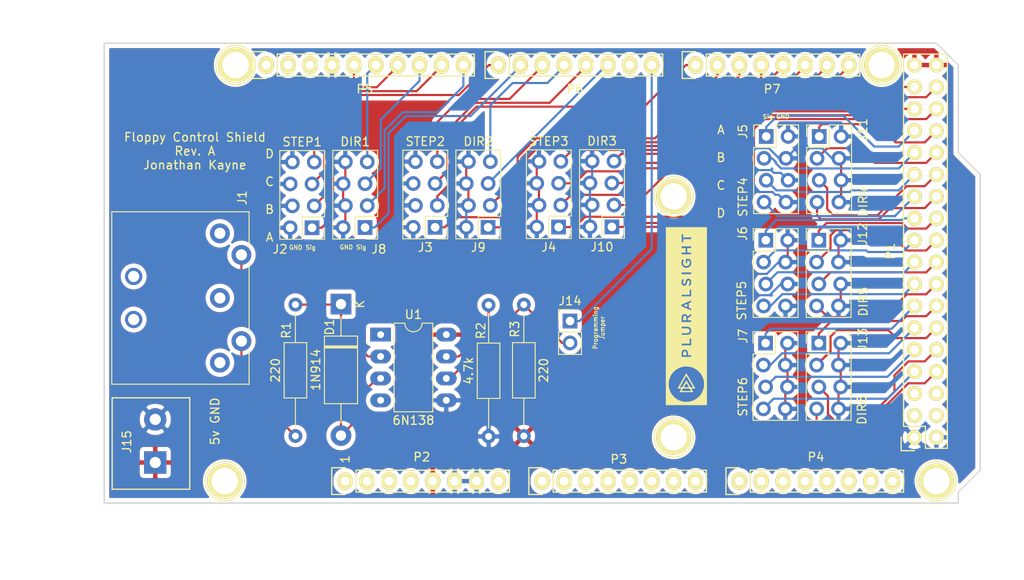
<source format=kicad_pcb>
(kicad_pcb (version 20171130) (host pcbnew "(5.1.0)-1")
  (title_block (date "mar. 31 mars 2015"))
  (layers (0 F.Cu signal) (31 B.Cu signal) (34 B.Paste user) (35 F.Paste user) (36 B.SilkS user) (37 F.SilkS user) (38 B.Mask user) (39 F.Mask user) (44 Edge.Cuts user))
  (net 0 "")
  (net 1 GND)
  (net 2 "/52(SCK)")
  (net 3 "/53(SS)")
  (net 4 "/50(MISO)")
  (net 5 "/51(MOSI)")
  (net 6 /48)
  (net 7 /49)
  (net 8 /46)
  (net 9 /47)
  (net 10 /44)
  (net 11 /45)
  (net 12 /42)
  (net 13 /43)
  (net 14 /40)
  (net 15 /41)
  (net 16 /38)
  (net 17 /39)
  (net 18 /36)
  (net 19 /37)
  (net 20 /34)
  (net 21 /35)
  (net 22 /32)
  (net 23 /33)
  (net 24 /30)
  (net 25 /31)
  (net 26 /28)
  (net 27 /29)
  (net 28 /26)
  (net 29 /27)
  (net 30 /24)
  (net 31 /25)
  (net 32 /22)
  (net 33 /23)
  (net 34 +5V)
  (net 35 /IOREF)
  (net 36 /Reset)
  (net 37 /Vin)
  (net 38 /A0)
  (net 39 /A1)
  (net 40 /A2)
  (net 41 /A3)
  (net 42 /A4)
  (net 43 /A5)
  (net 44 /A6)
  (net 45 /A7)
  (net 46 /A8)
  (net 47 /A9)
  (net 48 /A10)
  (net 49 /A11)
  (net 50 /A12)
  (net 51 /A13)
  (net 52 /A14)
  (net 53 /A15)
  (net 54 /SCL)
  (net 55 /SDA)
  (net 56 /AREF)
  (net 57 "/13(**)")
  (net 58 "/12(**)")
  (net 59 "/11(**)")
  (net 60 "/10(**)")
  (net 61 "/9(**)")
  (net 62 "/8(**)")
  (net 63 "/7(**)")
  (net 64 "/6(**)")
  (net 65 "/5(**)")
  (net 66 "/4(**)")
  (net 67 "/3(**)")
  (net 68 "/2(**)")
  (net 69 "/20(SDA)")
  (net 70 "/21(SCL)")
  (net 71 "Net-(P8-Pad1)")
  (net 72 "Net-(P9-Pad1)")
  (net 73 "Net-(P10-Pad1)")
  (net 74 "Net-(P11-Pad1)")
  (net 75 "Net-(P12-Pad1)")
  (net 76 "Net-(P13-Pad1)")
  (net 77 "Net-(P2-Pad1)")
  (net 78 +3V3)
  (net 79 "/1(Tx0)")
  (net 80 "/0(Rx0)")
  (net 81 "/14(Tx3)")
  (net 82 "/15(Rx3)")
  (net 83 "/16(Tx2)")
  (net 84 "/17(Rx2)")
  (net 85 "/18(Tx1)")
  (net 86 "/19(Rx1)")
  (net 87 "Net-(D1-Pad1)")
  (net 88 "Net-(D1-Pad2)")
  (net 89 "Net-(J1-Pad3)")
  (net 90 "Net-(J1-Pad2)")
  (net 91 "Net-(J1-Pad1)")
  (net 92 "Net-(J1-Pad4)")
  (net 93 MIDI_Rx)
  (net 94 "Net-(R2-Pad1)")
  (net 95 "Net-(U1-Pad1)")
  (net 96 "Net-(U1-Pad4)")
  (module "Pluralsight:Pluralsight Logo_Small" (layer F.Cu) (at 170.8912 99.9998 90)
    (fp_text reference G*** hide)
    (fp_text value LOGO hide)
  )
  (module Socket_Arduino_Mega:Socket_Strip_Arduino_2x18 (layer F.Cu) (at 197.358 114.046 90)
    (fp_text reference P1 (at 21.59 -2.794 90) (layer F.SilkS))
    (fp_text value Digital)
    (pad 1 thru_hole circle (at 0 0 90) (size 1.7272 1.7272) (drill 1.016) (layers *.Cu *.Mask F.SilkS) (net 1 GND))
    (pad 2 thru_hole oval (at 0 2.54 90) (size 1.7272 1.7272) (drill 1.016) (layers *.Cu *.Mask F.SilkS) (net 1 GND))
    (pad 3 thru_hole oval (at 2.54 0 90) (size 1.7272 1.7272) (drill 1.016) (layers *.Cu *.Mask F.SilkS) (net 2 "/52(SCK)"))
    (pad 4 thru_hole oval (at 2.54 2.54 90) (size 1.7272 1.7272) (drill 1.016) (layers *.Cu *.Mask F.SilkS) (net 3 "/53(SS)"))
    (pad 5 thru_hole oval (at 5.08 0 90) (size 1.7272 1.7272) (drill 1.016) (layers *.Cu *.Mask F.SilkS) (net 4 "/50(MISO)"))
    (pad 6 thru_hole oval (at 5.08 2.54 90) (size 1.7272 1.7272) (drill 1.016) (layers *.Cu *.Mask F.SilkS) (net 5 "/51(MOSI)"))
    (pad 7 thru_hole oval (at 7.62 0 90) (size 1.7272 1.7272) (drill 1.016) (layers *.Cu *.Mask F.SilkS) (net 6 /48))
    (pad 8 thru_hole oval (at 7.62 2.54 90) (size 1.7272 1.7272) (drill 1.016) (layers *.Cu *.Mask F.SilkS) (net 7 /49))
    (pad 9 thru_hole oval (at 10.16 0 90) (size 1.7272 1.7272) (drill 1.016) (layers *.Cu *.Mask F.SilkS) (net 8 /46))
    (pad 10 thru_hole oval (at 10.16 2.54 90) (size 1.7272 1.7272) (drill 1.016) (layers *.Cu *.Mask F.SilkS) (net 9 /47))
    (pad 11 thru_hole oval (at 12.7 0 90) (size 1.7272 1.7272) (drill 1.016) (layers *.Cu *.Mask F.SilkS) (net 10 /44))
    (pad 12 thru_hole oval (at 12.7 2.54 90) (size 1.7272 1.7272) (drill 1.016) (layers *.Cu *.Mask F.SilkS) (net 11 /45))
    (pad 13 thru_hole oval (at 15.24 0 90) (size 1.7272 1.7272) (drill 1.016) (layers *.Cu *.Mask F.SilkS) (net 12 /42))
    (pad 14 thru_hole oval (at 15.24 2.54 90) (size 1.7272 1.7272) (drill 1.016) (layers *.Cu *.Mask F.SilkS) (net 13 /43))
    (pad 15 thru_hole oval (at 17.78 0 90) (size 1.7272 1.7272) (drill 1.016) (layers *.Cu *.Mask F.SilkS) (net 14 /40))
    (pad 16 thru_hole oval (at 17.78 2.54 90) (size 1.7272 1.7272) (drill 1.016) (layers *.Cu *.Mask F.SilkS) (net 15 /41))
    (pad 17 thru_hole oval (at 20.32 0 90) (size 1.7272 1.7272) (drill 1.016) (layers *.Cu *.Mask F.SilkS) (net 16 /38))
    (pad 18 thru_hole oval (at 20.32 2.54 90) (size 1.7272 1.7272) (drill 1.016) (layers *.Cu *.Mask F.SilkS) (net 17 /39))
    (pad 19 thru_hole oval (at 22.86 0 90) (size 1.7272 1.7272) (drill 1.016) (layers *.Cu *.Mask F.SilkS) (net 18 /36))
    (pad 20 thru_hole oval (at 22.86 2.54 90) (size 1.7272 1.7272) (drill 1.016) (layers *.Cu *.Mask F.SilkS) (net 19 /37))
    (pad 21 thru_hole oval (at 25.4 0 90) (size 1.7272 1.7272) (drill 1.016) (layers *.Cu *.Mask F.SilkS) (net 20 /34))
    (pad 22 thru_hole oval (at 25.4 2.54 90) (size 1.7272 1.7272) (drill 1.016) (layers *.Cu *.Mask F.SilkS) (net 21 /35))
    (pad 23 thru_hole oval (at 27.94 0 90) (size 1.7272 1.7272) (drill 1.016) (layers *.Cu *.Mask F.SilkS) (net 22 /32))
    (pad 24 thru_hole oval (at 27.94 2.54 90) (size 1.7272 1.7272) (drill 1.016) (layers *.Cu *.Mask F.SilkS) (net 23 /33))
    (pad 25 thru_hole oval (at 30.48 0 90) (size 1.7272 1.7272) (drill 1.016) (layers *.Cu *.Mask F.SilkS) (net 24 /30))
    (pad 26 thru_hole oval (at 30.48 2.54 90) (size 1.7272 1.7272) (drill 1.016) (layers *.Cu *.Mask F.SilkS) (net 25 /31))
    (pad 27 thru_hole oval (at 33.02 0 90) (size 1.7272 1.7272) (drill 1.016) (layers *.Cu *.Mask F.SilkS) (net 26 /28))
    (pad 28 thru_hole oval (at 33.02 2.54 90) (size 1.7272 1.7272) (drill 1.016) (layers *.Cu *.Mask F.SilkS) (net 27 /29))
    (pad 29 thru_hole oval (at 35.56 0 90) (size 1.7272 1.7272) (drill 1.016) (layers *.Cu *.Mask F.SilkS) (net 28 /26))
    (pad 30 thru_hole oval (at 35.56 2.54 90) (size 1.7272 1.7272) (drill 1.016) (layers *.Cu *.Mask F.SilkS) (net 29 /27))
    (pad 31 thru_hole oval (at 38.1 0 90) (size 1.7272 1.7272) (drill 1.016) (layers *.Cu *.Mask F.SilkS) (net 30 /24))
    (pad 32 thru_hole oval (at 38.1 2.54 90) (size 1.7272 1.7272) (drill 1.016) (layers *.Cu *.Mask F.SilkS) (net 31 /25))
    (pad 33 thru_hole oval (at 40.64 0 90) (size 1.7272 1.7272) (drill 1.016) (layers *.Cu *.Mask F.SilkS) (net 32 /22))
    (pad 34 thru_hole oval (at 40.64 2.54 90) (size 1.7272 1.7272) (drill 1.016) (layers *.Cu *.Mask F.SilkS) (net 33 /23))
    (pad 35 thru_hole oval (at 43.18 0 90) (size 1.7272 1.7272) (drill 1.016) (layers *.Cu *.Mask F.SilkS) (net 34 +5V))
    (pad 36 thru_hole oval (at 43.18 2.54 90) (size 1.7272 1.7272) (drill 1.016) (layers *.Cu *.Mask F.SilkS) (net 34 +5V))
  )
  (module Socket_Arduino_Mega:Socket_Strip_Arduino_1x08 (layer F.Cu) (at 131.318 119.126)
    (fp_text reference P2 (at 8.89 -2.794) (layer F.SilkS))
    (fp_text value Power)
    (pad 1 thru_hole oval (at 0 0) (size 1.7272 2.032) (drill 1.016) (layers *.Cu *.Mask F.SilkS) (net 77 "Net-(P2-Pad1)"))
    (pad 2 thru_hole oval (at 2.54 0) (size 1.7272 2.032) (drill 1.016) (layers *.Cu *.Mask F.SilkS) (net 35 /IOREF))
    (pad 3 thru_hole oval (at 5.08 0) (size 1.7272 2.032) (drill 1.016) (layers *.Cu *.Mask F.SilkS) (net 36 /Reset))
    (pad 4 thru_hole oval (at 7.62 0) (size 1.7272 2.032) (drill 1.016) (layers *.Cu *.Mask F.SilkS) (net 78 +3V3))
    (pad 5 thru_hole oval (at 10.16 0) (size 1.7272 2.032) (drill 1.016) (layers *.Cu *.Mask F.SilkS) (net 34 +5V))
    (pad 6 thru_hole oval (at 12.7 0) (size 1.7272 2.032) (drill 1.016) (layers *.Cu *.Mask F.SilkS) (net 1 GND))
    (pad 7 thru_hole oval (at 15.24 0) (size 1.7272 2.032) (drill 1.016) (layers *.Cu *.Mask F.SilkS) (net 1 GND))
    (pad 8 thru_hole oval (at 17.78 0) (size 1.7272 2.032) (drill 1.016) (layers *.Cu *.Mask F.SilkS) (net 37 /Vin))
  )
  (module Socket_Arduino_Mega:Socket_Strip_Arduino_1x08 (layer F.Cu) (at 154.178 119.126)
    (fp_text reference P3 (at 8.89 -2.54) (layer F.SilkS))
    (fp_text value Analog)
    (pad 1 thru_hole oval (at 0 0) (size 1.7272 2.032) (drill 1.016) (layers *.Cu *.Mask F.SilkS) (net 38 /A0))
    (pad 2 thru_hole oval (at 2.54 0) (size 1.7272 2.032) (drill 1.016) (layers *.Cu *.Mask F.SilkS) (net 39 /A1))
    (pad 3 thru_hole oval (at 5.08 0) (size 1.7272 2.032) (drill 1.016) (layers *.Cu *.Mask F.SilkS) (net 40 /A2))
    (pad 4 thru_hole oval (at 7.62 0) (size 1.7272 2.032) (drill 1.016) (layers *.Cu *.Mask F.SilkS) (net 41 /A3))
    (pad 5 thru_hole oval (at 10.16 0) (size 1.7272 2.032) (drill 1.016) (layers *.Cu *.Mask F.SilkS) (net 42 /A4))
    (pad 6 thru_hole oval (at 12.7 0) (size 1.7272 2.032) (drill 1.016) (layers *.Cu *.Mask F.SilkS) (net 43 /A5))
    (pad 7 thru_hole oval (at 15.24 0) (size 1.7272 2.032) (drill 1.016) (layers *.Cu *.Mask F.SilkS) (net 44 /A6))
    (pad 8 thru_hole oval (at 17.78 0) (size 1.7272 2.032) (drill 1.016) (layers *.Cu *.Mask F.SilkS) (net 45 /A7))
  )
  (module Socket_Arduino_Mega:Socket_Strip_Arduino_1x08 (layer F.Cu) (at 177.038 119.126)
    (fp_text reference P4 (at 8.89 -2.794) (layer F.SilkS))
    (fp_text value Analog)
    (pad 1 thru_hole oval (at 0 0) (size 1.7272 2.032) (drill 1.016) (layers *.Cu *.Mask F.SilkS) (net 46 /A8))
    (pad 2 thru_hole oval (at 2.54 0) (size 1.7272 2.032) (drill 1.016) (layers *.Cu *.Mask F.SilkS) (net 47 /A9))
    (pad 3 thru_hole oval (at 5.08 0) (size 1.7272 2.032) (drill 1.016) (layers *.Cu *.Mask F.SilkS) (net 48 /A10))
    (pad 4 thru_hole oval (at 7.62 0) (size 1.7272 2.032) (drill 1.016) (layers *.Cu *.Mask F.SilkS) (net 49 /A11))
    (pad 5 thru_hole oval (at 10.16 0) (size 1.7272 2.032) (drill 1.016) (layers *.Cu *.Mask F.SilkS) (net 50 /A12))
    (pad 6 thru_hole oval (at 12.7 0) (size 1.7272 2.032) (drill 1.016) (layers *.Cu *.Mask F.SilkS) (net 51 /A13))
    (pad 7 thru_hole oval (at 15.24 0) (size 1.7272 2.032) (drill 1.016) (layers *.Cu *.Mask F.SilkS) (net 52 /A14))
    (pad 8 thru_hole oval (at 17.78 0) (size 1.7272 2.032) (drill 1.016) (layers *.Cu *.Mask F.SilkS) (net 53 /A15))
  )
  (module Socket_Arduino_Mega:Socket_Strip_Arduino_1x10 (layer F.Cu) (at 122.174 70.866)
    (fp_text reference P5 (at 11.43 2.794) (layer F.SilkS))
    (fp_text value PWM)
    (pad 1 thru_hole oval (at 0 0) (size 1.7272 2.032) (drill 1.016) (layers *.Cu *.Mask F.SilkS) (net 54 /SCL))
    (pad 2 thru_hole oval (at 2.54 0) (size 1.7272 2.032) (drill 1.016) (layers *.Cu *.Mask F.SilkS) (net 55 /SDA))
    (pad 3 thru_hole oval (at 5.08 0) (size 1.7272 2.032) (drill 1.016) (layers *.Cu *.Mask F.SilkS) (net 56 /AREF))
    (pad 4 thru_hole oval (at 7.62 0) (size 1.7272 2.032) (drill 1.016) (layers *.Cu *.Mask F.SilkS) (net 1 GND))
    (pad 5 thru_hole oval (at 10.16 0) (size 1.7272 2.032) (drill 1.016) (layers *.Cu *.Mask F.SilkS) (net 57 "/13(**)"))
    (pad 6 thru_hole oval (at 12.7 0) (size 1.7272 2.032) (drill 1.016) (layers *.Cu *.Mask F.SilkS) (net 58 "/12(**)"))
    (pad 7 thru_hole oval (at 15.24 0) (size 1.7272 2.032) (drill 1.016) (layers *.Cu *.Mask F.SilkS) (net 59 "/11(**)"))
    (pad 8 thru_hole oval (at 17.78 0) (size 1.7272 2.032) (drill 1.016) (layers *.Cu *.Mask F.SilkS) (net 60 "/10(**)"))
    (pad 9 thru_hole oval (at 20.32 0) (size 1.7272 2.032) (drill 1.016) (layers *.Cu *.Mask F.SilkS) (net 61 "/9(**)"))
    (pad 10 thru_hole oval (at 22.86 0) (size 1.7272 2.032) (drill 1.016) (layers *.Cu *.Mask F.SilkS) (net 62 "/8(**)"))
  )
  (module Socket_Arduino_Mega:Socket_Strip_Arduino_1x08 (layer F.Cu) (at 149.098 70.866)
    (fp_text reference P6 (at 8.89 2.794) (layer F.SilkS))
    (fp_text value PWM)
    (pad 1 thru_hole oval (at 0 0) (size 1.7272 2.032) (drill 1.016) (layers *.Cu *.Mask F.SilkS) (net 63 "/7(**)"))
    (pad 2 thru_hole oval (at 2.54 0) (size 1.7272 2.032) (drill 1.016) (layers *.Cu *.Mask F.SilkS) (net 64 "/6(**)"))
    (pad 3 thru_hole oval (at 5.08 0) (size 1.7272 2.032) (drill 1.016) (layers *.Cu *.Mask F.SilkS) (net 65 "/5(**)"))
    (pad 4 thru_hole oval (at 7.62 0) (size 1.7272 2.032) (drill 1.016) (layers *.Cu *.Mask F.SilkS) (net 66 "/4(**)"))
    (pad 5 thru_hole oval (at 10.16 0) (size 1.7272 2.032) (drill 1.016) (layers *.Cu *.Mask F.SilkS) (net 67 "/3(**)"))
    (pad 6 thru_hole oval (at 12.7 0) (size 1.7272 2.032) (drill 1.016) (layers *.Cu *.Mask F.SilkS) (net 68 "/2(**)"))
    (pad 7 thru_hole oval (at 15.24 0) (size 1.7272 2.032) (drill 1.016) (layers *.Cu *.Mask F.SilkS) (net 79 "/1(Tx0)"))
    (pad 8 thru_hole oval (at 17.78 0) (size 1.7272 2.032) (drill 1.016) (layers *.Cu *.Mask F.SilkS) (net 80 "/0(Rx0)"))
  )
  (module Socket_Arduino_Mega:Socket_Strip_Arduino_1x08 (layer F.Cu) (at 171.958 70.866)
    (fp_text reference P7 (at 8.89 2.794) (layer F.SilkS))
    (fp_text value Communication)
    (pad 1 thru_hole oval (at 0 0) (size 1.7272 2.032) (drill 1.016) (layers *.Cu *.Mask F.SilkS) (net 81 "/14(Tx3)"))
    (pad 2 thru_hole oval (at 2.54 0) (size 1.7272 2.032) (drill 1.016) (layers *.Cu *.Mask F.SilkS) (net 82 "/15(Rx3)"))
    (pad 3 thru_hole oval (at 5.08 0) (size 1.7272 2.032) (drill 1.016) (layers *.Cu *.Mask F.SilkS) (net 83 "/16(Tx2)"))
    (pad 4 thru_hole oval (at 7.62 0) (size 1.7272 2.032) (drill 1.016) (layers *.Cu *.Mask F.SilkS) (net 84 "/17(Rx2)"))
    (pad 5 thru_hole oval (at 10.16 0) (size 1.7272 2.032) (drill 1.016) (layers *.Cu *.Mask F.SilkS) (net 85 "/18(Tx1)"))
    (pad 6 thru_hole oval (at 12.7 0) (size 1.7272 2.032) (drill 1.016) (layers *.Cu *.Mask F.SilkS) (net 86 "/19(Rx1)"))
    (pad 7 thru_hole oval (at 15.24 0) (size 1.7272 2.032) (drill 1.016) (layers *.Cu *.Mask F.SilkS) (net 69 "/20(SDA)"))
    (pad 8 thru_hole oval (at 17.78 0) (size 1.7272 2.032) (drill 1.016) (layers *.Cu *.Mask F.SilkS) (net 70 "/21(SCL)"))
  )
  (module Socket_Arduino_Mega:Arduino_1pin (layer F.Cu) (at 117.348 119.126)
    (fp_text reference P8 hide)
    (fp_text value CONN_01X01 hide)
    (pad 1 thru_hole circle (at 0 0) (size 4.064 4.064) (drill 3.048) (layers *.Cu *.Mask F.SilkS) (net 71 "Net-(P8-Pad1)"))
  )
  (module Socket_Arduino_Mega:Arduino_1pin (layer F.Cu) (at 169.418 114.046)
    (fp_text reference P9 hide)
    (fp_text value CONN_01X01 hide)
    (pad 1 thru_hole circle (at 0 0) (size 4.064 4.064) (drill 3.048) (layers *.Cu *.Mask F.SilkS) (net 72 "Net-(P9-Pad1)"))
  )
  (module Socket_Arduino_Mega:Arduino_1pin (layer F.Cu) (at 199.898 119.126)
    (fp_text reference P10 hide)
    (fp_text value CONN_01X01 hide)
    (pad 1 thru_hole circle (at 0 0) (size 4.064 4.064) (drill 3.048) (layers *.Cu *.Mask F.SilkS) (net 73 "Net-(P10-Pad1)"))
  )
  (module Socket_Arduino_Mega:Arduino_1pin (layer F.Cu) (at 118.618 70.866)
    (fp_text reference P11 hide)
    (fp_text value CONN_01X01 hide)
    (pad 1 thru_hole circle (at 0 0) (size 4.064 4.064) (drill 3.048) (layers *.Cu *.Mask F.SilkS) (net 74 "Net-(P11-Pad1)"))
  )
  (module Socket_Arduino_Mega:Arduino_1pin (layer F.Cu) (at 169.418 86.106)
    (fp_text reference P12 hide)
    (fp_text value CONN_01X01 hide)
    (pad 1 thru_hole circle (at 0 0) (size 4.064 4.064) (drill 3.048) (layers *.Cu *.Mask F.SilkS) (net 75 "Net-(P12-Pad1)"))
  )
  (module Socket_Arduino_Mega:Arduino_1pin (layer F.Cu) (at 193.548 70.866)
    (fp_text reference P13 hide)
    (fp_text value CONN_01X01 hide)
    (pad 1 thru_hole circle (at 0 0) (size 4.064 4.064) (drill 3.048) (layers *.Cu *.Mask F.SilkS) (net 76 "Net-(P13-Pad1)"))
  )
  (module Diode_THT:D_DO-15_P15.24mm_Horizontal (layer F.Cu) (at 130.8354 98.6028 270)
    (fp_text reference D1 (at 2.6416 1.3208 270) (layer F.SilkS))
    (fp_text value 1N914 (at 7.62 2.92 270) (layer F.SilkS))
    (fp_text user K (at 0 -2.2 270) (layer F.SilkS))
    (pad 1 thru_hole rect (at 0 0 270) (size 2.4 2.4) (drill 1.2) (layers *.Cu *.Mask) (net 87 "Net-(D1-Pad1)"))
    (pad 2 thru_hole oval (at 15.24 0 270) (size 2.4 2.4) (drill 1.2) (layers *.Cu *.Mask) (net 88 "Net-(D1-Pad2)"))
  )
  (module Connectors:SDS-50J (layer F.Cu) (at 116.7892 105.3846 90)
    (fp_text reference J1 (at 19.1262 2.5908 90) (layer F.SilkS))
    (fp_text value "MIDI DIN")
    (pad 5 thru_hole circle (at 12.5 2.5 90) (size 2.3 2.3) (drill 1.3) (layers *.Cu *.Mask) (net 88 "Net-(D1-Pad2)"))
    (pad "" thru_hole circle (at 5 -10 90) (size 2 2) (drill 1.3) (layers *.Cu *.Mask))
    (pad 3 thru_hole circle (at 15 0 90) (size 2.3 2.3) (drill 1.3) (layers *.Cu *.Mask) (net 89 "Net-(J1-Pad3)"))
    (pad 2 thru_hole circle (at 7.5 0 90) (size 2.3 2.3) (drill 1.3) (layers *.Cu *.Mask) (net 90 "Net-(J1-Pad2)"))
    (pad 1 thru_hole circle (at 0 0 90) (size 2.3 2.3) (drill 1.3) (layers *.Cu *.Mask) (net 91 "Net-(J1-Pad1)"))
    (pad 4 thru_hole circle (at 2.5 2.5 90) (size 2.3 2.3) (drill 1.3) (layers *.Cu *.Mask) (net 92 "Net-(J1-Pad4)"))
    (pad "" thru_hole circle (at 10 -10 90) (size 2 2) (drill 1.3) (layers *.Cu *.Mask))
  )
  (module Pluralsight:PinHeader_2x04_P2.54mm_Vertical_zigzag (layer F.Cu) (at 127.6096 89.7382 180)
    (fp_text reference J2 (at 3.8354 -2.4892 180) (layer F.SilkS))
    (fp_text value STEP1 (at 1.27 9.95 180) (layer F.SilkS))
    (pad 1 thru_hole rect (at 0.127 0 180) (size 1.7 1.7) (drill 1) (layers *.Cu *.Mask) (net 63 "/7(**)"))
    (pad 2 thru_hole oval (at 2.667 0 180) (size 1.7 1.7) (drill 1) (layers *.Cu *.Mask) (net 1 GND))
    (pad 3 thru_hole oval (at -0.127 2.54 180) (size 1.7 1.7) (drill 1) (layers *.Cu *.Mask) (net 61 "/9(**)"))
    (pad 4 thru_hole oval (at 2.413 2.54 180) (size 1.7 1.7) (drill 1) (layers *.Cu *.Mask) (net 1 GND))
    (pad 5 thru_hole oval (at 0.127 5.08 180) (size 1.7 1.7) (drill 1) (layers *.Cu *.Mask) (net 59 "/11(**)"))
    (pad 6 thru_hole oval (at 2.667 5.08 180) (size 1.7 1.7) (drill 1) (layers *.Cu *.Mask) (net 1 GND))
    (pad 7 thru_hole oval (at -0.127 7.62 180) (size 1.7 1.7) (drill 1) (layers *.Cu *.Mask) (net 57 "/13(**)"))
    (pad 8 thru_hole oval (at 2.413 7.62 180) (size 1.7 1.7) (drill 1) (layers *.Cu *.Mask) (net 1 GND))
  )
  (module Pluralsight:PinHeader_2x04_P2.54mm_Vertical_zigzag (layer F.Cu) (at 141.8844 89.6874 180)
    (fp_text reference J3 (at 1.27 -2.33 180) (layer F.SilkS))
    (fp_text value STEP2 (at 1.27 9.95 180) (layer F.SilkS))
    (pad 1 thru_hole rect (at 0.127 0 180) (size 1.7 1.7) (drill 1) (layers *.Cu *.Mask) (net 83 "/16(Tx2)"))
    (pad 2 thru_hole oval (at 2.667 0 180) (size 1.7 1.7) (drill 1) (layers *.Cu *.Mask) (net 1 GND))
    (pad 3 thru_hole oval (at -0.127 2.54 180) (size 1.7 1.7) (drill 1) (layers *.Cu *.Mask) (net 81 "/14(Tx3)"))
    (pad 4 thru_hole oval (at 2.413 2.54 180) (size 1.7 1.7) (drill 1) (layers *.Cu *.Mask) (net 1 GND))
    (pad 5 thru_hole oval (at 0.127 5.08 180) (size 1.7 1.7) (drill 1) (layers *.Cu *.Mask) (net 67 "/3(**)"))
    (pad 6 thru_hole oval (at 2.667 5.08 180) (size 1.7 1.7) (drill 1) (layers *.Cu *.Mask) (net 1 GND))
    (pad 7 thru_hole oval (at -0.127 7.62 180) (size 1.7 1.7) (drill 1) (layers *.Cu *.Mask) (net 65 "/5(**)"))
    (pad 8 thru_hole oval (at 2.413 7.62 180) (size 1.7 1.7) (drill 1) (layers *.Cu *.Mask) (net 1 GND))
  )
  (module Pluralsight:PinHeader_2x04_P2.54mm_Vertical_zigzag (layer F.Cu) (at 156.21 89.662 180)
    (fp_text reference J4 (at 1.27 -2.33 180) (layer F.SilkS))
    (fp_text value STEP3 (at 1.27 9.95 180) (layer F.SilkS))
    (pad 1 thru_hole rect (at 0.127 0 180) (size 1.7 1.7) (drill 1) (layers *.Cu *.Mask) (net 30 /24))
    (pad 2 thru_hole oval (at 2.667 0 180) (size 1.7 1.7) (drill 1) (layers *.Cu *.Mask) (net 1 GND))
    (pad 3 thru_hole oval (at -0.127 2.54 180) (size 1.7 1.7) (drill 1) (layers *.Cu *.Mask) (net 32 /22))
    (pad 4 thru_hole oval (at 2.413 2.54 180) (size 1.7 1.7) (drill 1) (layers *.Cu *.Mask) (net 1 GND))
    (pad 5 thru_hole oval (at 0.127 5.08 180) (size 1.7 1.7) (drill 1) (layers *.Cu *.Mask) (net 69 "/20(SDA)"))
    (pad 6 thru_hole oval (at 2.667 5.08 180) (size 1.7 1.7) (drill 1) (layers *.Cu *.Mask) (net 1 GND))
    (pad 7 thru_hole oval (at -0.127 7.62 180) (size 1.7 1.7) (drill 1) (layers *.Cu *.Mask) (net 85 "/18(Tx1)"))
    (pad 8 thru_hole oval (at 2.413 7.62 180) (size 1.7 1.7) (drill 1) (layers *.Cu *.Mask) (net 1 GND))
  )
  (module Pluralsight:PinHeader_2x04_P2.54mm_Vertical_zigzag (layer F.Cu) (at 180.0352 79.1464)
    (fp_text reference J5 (at -2.5908 -0.5588 90) (layer F.SilkS))
    (fp_text value STEP4 (at -2.5908 7.0358 90) (layer F.SilkS))
    (pad 1 thru_hole rect (at 0.127 0) (size 1.7 1.7) (drill 1) (layers *.Cu *.Mask) (net 28 /26))
    (pad 2 thru_hole oval (at 2.667 0) (size 1.7 1.7) (drill 1) (layers *.Cu *.Mask) (net 1 GND))
    (pad 3 thru_hole oval (at -0.127 2.54) (size 1.7 1.7) (drill 1) (layers *.Cu *.Mask) (net 26 /28))
    (pad 4 thru_hole oval (at 2.413 2.54) (size 1.7 1.7) (drill 1) (layers *.Cu *.Mask) (net 1 GND))
    (pad 5 thru_hole oval (at 0.127 5.08) (size 1.7 1.7) (drill 1) (layers *.Cu *.Mask) (net 24 /30))
    (pad 6 thru_hole oval (at 2.667 5.08) (size 1.7 1.7) (drill 1) (layers *.Cu *.Mask) (net 1 GND))
    (pad 7 thru_hole oval (at -0.127 7.62) (size 1.7 1.7) (drill 1) (layers *.Cu *.Mask) (net 22 /32))
    (pad 8 thru_hole oval (at 2.413 7.62) (size 1.7 1.7) (drill 1) (layers *.Cu *.Mask) (net 1 GND))
  )
  (module Pluralsight:PinHeader_2x04_P2.54mm_Vertical_zigzag (layer F.Cu) (at 179.9844 91.186)
    (fp_text reference J6 (at -2.5654 -0.762 90) (layer F.SilkS))
    (fp_text value STEP5 (at -2.667 7.0104 90) (layer F.SilkS))
    (pad 1 thru_hole rect (at 0.127 0) (size 1.7 1.7) (drill 1) (layers *.Cu *.Mask) (net 20 /34))
    (pad 2 thru_hole oval (at 2.667 0) (size 1.7 1.7) (drill 1) (layers *.Cu *.Mask) (net 1 GND))
    (pad 3 thru_hole oval (at -0.127 2.54) (size 1.7 1.7) (drill 1) (layers *.Cu *.Mask) (net 18 /36))
    (pad 4 thru_hole oval (at 2.413 2.54) (size 1.7 1.7) (drill 1) (layers *.Cu *.Mask) (net 1 GND))
    (pad 5 thru_hole oval (at 0.127 5.08) (size 1.7 1.7) (drill 1) (layers *.Cu *.Mask) (net 16 /38))
    (pad 6 thru_hole oval (at 2.667 5.08) (size 1.7 1.7) (drill 1) (layers *.Cu *.Mask) (net 1 GND))
    (pad 7 thru_hole oval (at -0.127 7.62) (size 1.7 1.7) (drill 1) (layers *.Cu *.Mask) (net 14 /40))
    (pad 8 thru_hole oval (at 2.413 7.62) (size 1.7 1.7) (drill 1) (layers *.Cu *.Mask) (net 1 GND))
  )
  (module Pluralsight:PinHeader_2x04_P2.54mm_Vertical_zigzag (layer F.Cu) (at 179.959 103.124)
    (fp_text reference J7 (at -2.4892 -0.8128 90) (layer F.SilkS))
    (fp_text value STEP6 (at -2.5146 6.223 90) (layer F.SilkS))
    (pad 1 thru_hole rect (at 0.127 0) (size 1.7 1.7) (drill 1) (layers *.Cu *.Mask) (net 12 /42))
    (pad 2 thru_hole oval (at 2.667 0) (size 1.7 1.7) (drill 1) (layers *.Cu *.Mask) (net 1 GND))
    (pad 3 thru_hole oval (at -0.127 2.54) (size 1.7 1.7) (drill 1) (layers *.Cu *.Mask) (net 10 /44))
    (pad 4 thru_hole oval (at 2.413 2.54) (size 1.7 1.7) (drill 1) (layers *.Cu *.Mask) (net 1 GND))
    (pad 5 thru_hole oval (at 0.127 5.08) (size 1.7 1.7) (drill 1) (layers *.Cu *.Mask) (net 8 /46))
    (pad 6 thru_hole oval (at 2.667 5.08) (size 1.7 1.7) (drill 1) (layers *.Cu *.Mask) (net 1 GND))
    (pad 7 thru_hole oval (at -0.127 7.62) (size 1.7 1.7) (drill 1) (layers *.Cu *.Mask) (net 6 /48))
    (pad 8 thru_hole oval (at 2.413 7.62) (size 1.7 1.7) (drill 1) (layers *.Cu *.Mask) (net 1 GND))
  )
  (module Pluralsight:PinHeader_2x04_P2.54mm_Vertical_zigzag (layer F.Cu) (at 133.7564 89.7128 180)
    (fp_text reference J8 (at -1.4732 -2.5146 180) (layer F.SilkS))
    (fp_text value DIR1 (at 1.27 9.95 180) (layer F.SilkS))
    (pad 8 thru_hole oval (at 2.413 7.62 180) (size 1.7 1.7) (drill 1) (layers *.Cu *.Mask) (net 1 GND))
    (pad 7 thru_hole oval (at -0.127 7.62 180) (size 1.7 1.7) (drill 1) (layers *.Cu *.Mask) (net 58 "/12(**)"))
    (pad 6 thru_hole oval (at 2.667 5.08 180) (size 1.7 1.7) (drill 1) (layers *.Cu *.Mask) (net 1 GND))
    (pad 5 thru_hole oval (at 0.127 5.08 180) (size 1.7 1.7) (drill 1) (layers *.Cu *.Mask) (net 60 "/10(**)"))
    (pad 4 thru_hole oval (at 2.413 2.54 180) (size 1.7 1.7) (drill 1) (layers *.Cu *.Mask) (net 1 GND))
    (pad 3 thru_hole oval (at -0.127 2.54 180) (size 1.7 1.7) (drill 1) (layers *.Cu *.Mask) (net 62 "/8(**)"))
    (pad 2 thru_hole oval (at 2.667 0 180) (size 1.7 1.7) (drill 1) (layers *.Cu *.Mask) (net 1 GND))
    (pad 1 thru_hole rect (at 0.127 0 180) (size 1.7 1.7) (drill 1) (layers *.Cu *.Mask) (net 64 "/6(**)"))
  )
  (module Pluralsight:PinHeader_2x04_P2.54mm_Vertical_zigzag (layer F.Cu) (at 148.0312 89.6874 180)
    (fp_text reference J9 (at 1.27 -2.33 180) (layer F.SilkS))
    (fp_text value DIR2 (at 1.27 9.95 180) (layer F.SilkS))
    (pad 8 thru_hole oval (at 2.413 7.62 180) (size 1.7 1.7) (drill 1) (layers *.Cu *.Mask) (net 1 GND))
    (pad 7 thru_hole oval (at -0.127 7.62 180) (size 1.7 1.7) (drill 1) (layers *.Cu *.Mask) (net 66 "/4(**)"))
    (pad 6 thru_hole oval (at 2.667 5.08 180) (size 1.7 1.7) (drill 1) (layers *.Cu *.Mask) (net 1 GND))
    (pad 5 thru_hole oval (at 0.127 5.08 180) (size 1.7 1.7) (drill 1) (layers *.Cu *.Mask) (net 68 "/2(**)"))
    (pad 4 thru_hole oval (at 2.413 2.54 180) (size 1.7 1.7) (drill 1) (layers *.Cu *.Mask) (net 1 GND))
    (pad 3 thru_hole oval (at -0.127 2.54 180) (size 1.7 1.7) (drill 1) (layers *.Cu *.Mask) (net 82 "/15(Rx3)"))
    (pad 2 thru_hole oval (at 2.667 0 180) (size 1.7 1.7) (drill 1) (layers *.Cu *.Mask) (net 1 GND))
    (pad 1 thru_hole rect (at 0.127 0 180) (size 1.7 1.7) (drill 1) (layers *.Cu *.Mask) (net 84 "/17(Rx2)"))
  )
  (module Pluralsight:PinHeader_2x04_P2.54mm_Vertical_zigzag (layer F.Cu) (at 162.3822 89.6366 180)
    (fp_text reference J10 (at 1.27 -2.33 180) (layer F.SilkS))
    (fp_text value DIR3 (at 1.27 9.95 180) (layer F.SilkS))
    (pad 8 thru_hole oval (at 2.413 7.62 180) (size 1.7 1.7) (drill 1) (layers *.Cu *.Mask) (net 1 GND))
    (pad 7 thru_hole oval (at -0.127 7.62 180) (size 1.7 1.7) (drill 1) (layers *.Cu *.Mask) (net 86 "/19(Rx1)"))
    (pad 6 thru_hole oval (at 2.667 5.08 180) (size 1.7 1.7) (drill 1) (layers *.Cu *.Mask) (net 1 GND))
    (pad 5 thru_hole oval (at 0.127 5.08 180) (size 1.7 1.7) (drill 1) (layers *.Cu *.Mask) (net 70 "/21(SCL)"))
    (pad 4 thru_hole oval (at 2.413 2.54 180) (size 1.7 1.7) (drill 1) (layers *.Cu *.Mask) (net 1 GND))
    (pad 3 thru_hole oval (at -0.127 2.54 180) (size 1.7 1.7) (drill 1) (layers *.Cu *.Mask) (net 33 /23))
    (pad 2 thru_hole oval (at 2.667 0 180) (size 1.7 1.7) (drill 1) (layers *.Cu *.Mask) (net 1 GND))
    (pad 1 thru_hole rect (at 0.127 0 180) (size 1.7 1.7) (drill 1) (layers *.Cu *.Mask) (net 31 /25))
  )
  (module Pluralsight:PinHeader_2x04_P2.54mm_Vertical_zigzag (layer F.Cu) (at 186.182 79.1464)
    (fp_text reference J11 (at 5.1816 -0.7874 90) (layer F.SilkS))
    (fp_text value DIR4 (at 5.207 7.5946 90) (layer F.SilkS))
    (pad 8 thru_hole oval (at 2.413 7.62) (size 1.7 1.7) (drill 1) (layers *.Cu *.Mask) (net 1 GND))
    (pad 7 thru_hole oval (at -0.127 7.62) (size 1.7 1.7) (drill 1) (layers *.Cu *.Mask) (net 23 /33))
    (pad 6 thru_hole oval (at 2.667 5.08) (size 1.7 1.7) (drill 1) (layers *.Cu *.Mask) (net 1 GND))
    (pad 5 thru_hole oval (at 0.127 5.08) (size 1.7 1.7) (drill 1) (layers *.Cu *.Mask) (net 25 /31))
    (pad 4 thru_hole oval (at 2.413 2.54) (size 1.7 1.7) (drill 1) (layers *.Cu *.Mask) (net 1 GND))
    (pad 3 thru_hole oval (at -0.127 2.54) (size 1.7 1.7) (drill 1) (layers *.Cu *.Mask) (net 27 /29))
    (pad 2 thru_hole oval (at 2.667 0) (size 1.7 1.7) (drill 1) (layers *.Cu *.Mask) (net 1 GND))
    (pad 1 thru_hole rect (at 0.127 0) (size 1.7 1.7) (drill 1) (layers *.Cu *.Mask) (net 29 /27))
  )
  (module Pluralsight:PinHeader_2x04_P2.54mm_Vertical_zigzag (layer F.Cu) (at 186.1312 91.186)
    (fp_text reference J12 (at 5.207 -0.7112 90) (layer F.SilkS))
    (fp_text value DIR5 (at 5.2832 7.112 90) (layer F.SilkS))
    (pad 8 thru_hole oval (at 2.413 7.62) (size 1.7 1.7) (drill 1) (layers *.Cu *.Mask) (net 1 GND))
    (pad 7 thru_hole oval (at -0.127 7.62) (size 1.7 1.7) (drill 1) (layers *.Cu *.Mask) (net 15 /41))
    (pad 6 thru_hole oval (at 2.667 5.08) (size 1.7 1.7) (drill 1) (layers *.Cu *.Mask) (net 1 GND))
    (pad 5 thru_hole oval (at 0.127 5.08) (size 1.7 1.7) (drill 1) (layers *.Cu *.Mask) (net 17 /39))
    (pad 4 thru_hole oval (at 2.413 2.54) (size 1.7 1.7) (drill 1) (layers *.Cu *.Mask) (net 1 GND))
    (pad 3 thru_hole oval (at -0.127 2.54) (size 1.7 1.7) (drill 1) (layers *.Cu *.Mask) (net 19 /37))
    (pad 2 thru_hole oval (at 2.667 0) (size 1.7 1.7) (drill 1) (layers *.Cu *.Mask) (net 1 GND))
    (pad 1 thru_hole rect (at 0.127 0) (size 1.7 1.7) (drill 1) (layers *.Cu *.Mask) (net 21 /35))
  )
  (module Pluralsight:PinHeader_2x04_P2.54mm_Vertical_zigzag (layer F.Cu) (at 186.1312 103.124)
    (fp_text reference J13 (at 5.2324 -0.4318 90) (layer F.SilkS))
    (fp_text value DIR6 (at 5.1308 7.747 90) (layer F.SilkS))
    (pad 8 thru_hole oval (at 2.413 7.62) (size 1.7 1.7) (drill 1) (layers *.Cu *.Mask) (net 1 GND))
    (pad 7 thru_hole oval (at -0.127 7.62) (size 1.7 1.7) (drill 1) (layers *.Cu *.Mask) (net 7 /49))
    (pad 6 thru_hole oval (at 2.667 5.08) (size 1.7 1.7) (drill 1) (layers *.Cu *.Mask) (net 1 GND))
    (pad 5 thru_hole oval (at 0.127 5.08) (size 1.7 1.7) (drill 1) (layers *.Cu *.Mask) (net 9 /47))
    (pad 4 thru_hole oval (at 2.413 2.54) (size 1.7 1.7) (drill 1) (layers *.Cu *.Mask) (net 1 GND))
    (pad 3 thru_hole oval (at -0.127 2.54) (size 1.7 1.7) (drill 1) (layers *.Cu *.Mask) (net 11 /45))
    (pad 2 thru_hole oval (at 2.667 0) (size 1.7 1.7) (drill 1) (layers *.Cu *.Mask) (net 1 GND))
    (pad 1 thru_hole rect (at 0.127 0) (size 1.7 1.7) (drill 1) (layers *.Cu *.Mask) (net 13 /43))
  )
  (module Connector_PinHeader_2.54mm:PinHeader_1x02_P2.54mm_Vertical (layer F.Cu) (at 157.4038 100.5586)
    (fp_text reference J14 (at 0 -2.33) (layer F.SilkS))
    (fp_text value "Prog Jumper")
    (pad 1 thru_hole rect (at 0 0) (size 1.7 1.7) (drill 1) (layers *.Cu *.Mask) (net 80 "/0(Rx0)"))
    (pad 2 thru_hole oval (at 0 2.54) (size 1.7 1.7) (drill 1) (layers *.Cu *.Mask) (net 93 MIDI_Rx))
  )
  (module Pluralsight:2_Pos_Screw_Term (layer F.Cu) (at 109.2962 116.967 90)
    (fp_text reference J15 (at 2.4 -3.3 90) (layer F.SilkS))
    (fp_text value Power)
    (pad 1 thru_hole rect (at 0 0 90) (size 2.6 2.6) (drill 1.3) (layers *.Cu *.Mask) (net 34 +5V))
    (pad 2 thru_hole circle (at 5 0 90) (size 2.6 2.6) (drill 1.3) (layers *.Cu *.Mask) (net 1 GND))
  )
  (module Resistors_THT:R_Axial_DIN0207_L6.3mm_D2.5mm_P15.24mm_Horizontal (layer F.Cu) (at 125.5522 98.6536 270)
    (fp_text reference R1 (at 2.9718 1.0668 270) (layer F.SilkS))
    (fp_text value 220 (at 7.62 2.31 270) (layer F.SilkS))
    (pad 1 thru_hole circle (at 0 0 270) (size 1.6 1.6) (drill 0.8) (layers *.Cu *.Mask) (net 87 "Net-(D1-Pad1)"))
    (pad 2 thru_hole oval (at 15.24 0 270) (size 1.6 1.6) (drill 0.8) (layers *.Cu *.Mask) (net 92 "Net-(J1-Pad4)"))
  )
  (module Resistors_THT:R_Axial_DIN0207_L6.3mm_D2.5mm_P15.24mm_Horizontal (layer F.Cu) (at 147.955 98.7044 270)
    (fp_text reference R2 (at 2.9718 0.889 270) (layer F.SilkS))
    (fp_text value 4.7k (at 7.62 2.31 270) (layer F.SilkS))
    (pad 1 thru_hole circle (at 0 0 270) (size 1.6 1.6) (drill 0.8) (layers *.Cu *.Mask) (net 94 "Net-(R2-Pad1)"))
    (pad 2 thru_hole oval (at 15.24 0 270) (size 1.6 1.6) (drill 0.8) (layers *.Cu *.Mask) (net 1 GND))
  )
  (module Resistors_THT:R_Axial_DIN0207_L6.3mm_D2.5mm_P15.24mm_Horizontal (layer F.Cu) (at 152.0444 113.8936 90)
    (fp_text reference R3 (at 12.3952 -1.0414 90) (layer F.SilkS))
    (fp_text value 220 (at 7.62 2.31 90) (layer F.SilkS))
    (pad 2 thru_hole oval (at 15.24 0 90) (size 1.6 1.6) (drill 0.8) (layers *.Cu *.Mask) (net 93 MIDI_Rx))
    (pad 1 thru_hole circle (at 0 0 90) (size 1.6 1.6) (drill 0.8) (layers *.Cu *.Mask) (net 34 +5V))
  )
  (module Package_DIP:DIP-8_W7.62mm_LongPads (layer F.Cu) (at 135.4328 102.1334)
    (fp_text reference U1 (at 3.81 -2.33) (layer F.SilkS))
    (fp_text value 6N138 (at 3.81 9.95) (layer F.SilkS))
    (pad 1 thru_hole rect (at 0 0) (size 2.4 1.6) (drill 0.8) (layers *.Cu *.Mask) (net 95 "Net-(U1-Pad1)"))
    (pad 5 thru_hole oval (at 7.62 7.62) (size 2.4 1.6) (drill 0.8) (layers *.Cu *.Mask) (net 1 GND))
    (pad 2 thru_hole oval (at 0 2.54) (size 2.4 1.6) (drill 0.8) (layers *.Cu *.Mask) (net 87 "Net-(D1-Pad1)"))
    (pad 6 thru_hole oval (at 7.62 5.08) (size 2.4 1.6) (drill 0.8) (layers *.Cu *.Mask) (net 93 MIDI_Rx))
    (pad 3 thru_hole oval (at 0 5.08) (size 2.4 1.6) (drill 0.8) (layers *.Cu *.Mask) (net 88 "Net-(D1-Pad2)"))
    (pad 7 thru_hole oval (at 7.62 2.54) (size 2.4 1.6) (drill 0.8) (layers *.Cu *.Mask) (net 94 "Net-(R2-Pad1)"))
    (pad 4 thru_hole oval (at 0 7.62) (size 2.4 1.6) (drill 0.8) (layers *.Cu *.Mask) (net 96 "Net-(U1-Pad4)"))
    (pad 8 thru_hole oval (at 7.62 0) (size 2.4 1.6) (drill 0.8) (layers *.Cu *.Mask) (net 34 +5V))
  )
  (gr_text "Floppy Control Shield\nRev. A\nJonathan Kayne" (at 113.8936 80.8482) (layer F.SilkS) (effects (font (size 1 1))))
  (gr_text "5v GND" (at 116.2304 112.1918 90) (layer F.SilkS) (effects (font (size 1 1))))
  (gr_text "Programming\nJumper" (at 160.7566 101.346 90) (layer F.SilkS) (effects (font (size 0.5 0.5) (thickness 0.1))))
  (gr_text "Sig GND" (at 181.3052 76.8604) (layer F.SilkS) (effects (font (size 0.5 0.5) (thickness 0.1))))
  (gr_text "A\n\nB\n\nC\n\nD" (at 174.9044 83.2104) (layer F.SilkS) (effects (font (size 1 1))))
  (gr_text "GND Sig" (at 132.2324 91.9988) (layer F.SilkS) (effects (font (size 0.5 0.5) (thickness 0.1))))
  (gr_text "GND Sig" (at 126.365 92.0242) (layer F.SilkS) (effects (font (size 0.5 0.5) (thickness 0.1))))
  (gr_text "D\n\nC\n\nB\n\nA" (at 122.555 86.0044) (layer F.SilkS) (effects (font (size 1 1))))
  (gr_text 1 (at 131.318 116.586 90) (layer F.SilkS) (effects (font (size 1 1))))
  (gr_line (start 202.438 121.666) (end 103.378 121.666) (angle 90) (layer Edge.Cuts) (width 0.15))
  (gr_line (start 202.438 120.396) (end 202.438 121.666) (angle 90) (layer Edge.Cuts) (width 0.15))
  (gr_line (start 204.978 117.856) (end 202.438 120.396) (angle 90) (layer Edge.Cuts) (width 0.15))
  (gr_line (start 204.978 83.566) (end 204.978 117.856) (angle 90) (layer Edge.Cuts) (width 0.15))
  (gr_line (start 202.438 81.026) (end 204.978 83.566) (angle 90) (layer Edge.Cuts) (width 0.15))
  (gr_line (start 202.438 70.866) (end 202.438 81.026) (angle 90) (layer Edge.Cuts) (width 0.15))
  (gr_line (start 199.898 68.326) (end 202.438 70.866) (angle 90) (layer Edge.Cuts) (width 0.15))
  (gr_line (start 103.378 68.326) (end 199.898 68.326) (angle 90) (layer Edge.Cuts) (width 0.15))
  (gr_line (start 103.378 121.666) (end 103.378 68.326) (angle 90) (layer Edge.Cuts) (width 0.15))
  (segment (start 131.3434 84.3788) (end 131.0894 84.6328) (width 0.25) (layer F.Cu) (net 1))
  (segment (start 131.3434 82.0928) (end 131.3434 84.3788) (width 0.25) (layer F.Cu) (net 1))
  (segment (start 131.0894 86.9188) (end 131.3434 87.1728) (width 0.25) (layer F.Cu) (net 1))
  (segment (start 131.0894 84.6328) (end 131.0894 86.9188) (width 0.25) (layer F.Cu) (net 1))
  (segment (start 131.3434 89.4588) (end 131.0894 89.7128) (width 0.25) (layer F.Cu) (net 1))
  (segment (start 131.3434 87.1728) (end 131.3434 89.4588) (width 0.25) (layer F.Cu) (net 1))
  (segment (start 145.6182 84.8614) (end 145.3642 84.6074) (width 0.25) (layer F.Cu) (net 1))
  (segment (start 145.6182 87.1474) (end 145.6182 84.8614) (width 0.25) (layer F.Cu) (net 1))
  (segment (start 145.3642 82.3214) (end 145.6182 82.0674) (width 0.25) (layer F.Cu) (net 1))
  (segment (start 145.3642 84.6074) (end 145.3642 82.3214) (width 0.25) (layer F.Cu) (net 1))
  (segment (start 153.543 87.376) (end 153.797 87.122) (width 0.25) (layer F.Cu) (net 1))
  (segment (start 153.543 89.662) (end 153.543 87.376) (width 0.25) (layer F.Cu) (net 1))
  (segment (start 153.797 84.836) (end 153.543 84.582) (width 0.25) (layer F.Cu) (net 1))
  (segment (start 153.797 87.122) (end 153.797 84.836) (width 0.25) (layer F.Cu) (net 1))
  (segment (start 153.543 82.296) (end 153.797 82.042) (width 0.25) (layer F.Cu) (net 1))
  (segment (start 153.543 84.582) (end 153.543 82.296) (width 0.25) (layer F.Cu) (net 1))
  (segment (start 145.3642 87.4014) (end 145.6182 87.1474) (width 0.25) (layer B.Cu) (net 1))
  (segment (start 145.3642 89.6874) (end 145.3642 87.4014) (width 0.25) (layer B.Cu) (net 1))
  (segment (start 159.7152 87.3506) (end 159.9692 87.0966) (width 0.25) (layer B.Cu) (net 1))
  (segment (start 159.7152 89.6366) (end 159.7152 87.3506) (width 0.25) (layer B.Cu) (net 1))
  (segment (start 159.9692 84.3026) (end 159.7152 84.5566) (width 0.25) (layer B.Cu) (net 1))
  (segment (start 159.9692 82.0166) (end 159.9692 84.3026) (width 0.25) (layer B.Cu) (net 1))
  (segment (start 159.7152 86.8426) (end 159.9692 87.0966) (width 0.25) (layer B.Cu) (net 1))
  (segment (start 159.7152 84.5566) (end 159.7152 86.8426) (width 0.25) (layer B.Cu) (net 1))
  (segment (start 181.850402 96.266) (end 180.555002 97.5614) (width 0.25) (layer B.Cu) (net 1))
  (segment (start 182.6514 96.266) (end 181.850402 96.266) (width 0.25) (layer B.Cu) (net 1))
  (segment (start 180.555002 97.5614) (end 179.362998 97.5614) (width 0.25) (layer B.Cu) (net 1))
  (segment (start 178.0794 98.844998) (end 178.0794 99.7712) (width 0.25) (layer B.Cu) (net 1))
  (segment (start 178.0794 99.7712) (end 178.8414 100.5332) (width 0.25) (layer B.Cu) (net 1))
  (segment (start 178.8414 100.5332) (end 182.2958 100.5332) (width 0.25) (layer B.Cu) (net 1))
  (segment (start 182.3974 100.4316) (end 182.3974 98.806) (width 0.25) (layer B.Cu) (net 1))
  (segment (start 182.2958 100.5332) (end 182.3974 100.4316) (width 0.25) (layer B.Cu) (net 1))
  (segment (start 180.231403 95.090999) (end 178.467001 95.090999) (width 0.25) (layer B.Cu) (net 1))
  (segment (start 182.3974 93.726) (end 181.596402 93.726) (width 0.25) (layer B.Cu) (net 1))
  (segment (start 181.596402 93.726) (end 180.231403 95.090999) (width 0.25) (layer B.Cu) (net 1))
  (segment (start 178.467001 96.882201) (end 179.254599 97.669799) (width 0.25) (layer B.Cu) (net 1))
  (segment (start 178.467001 95.090999) (end 178.467001 96.882201) (width 0.25) (layer B.Cu) (net 1))
  (segment (start 179.362998 97.5614) (end 179.254599 97.669799) (width 0.25) (layer B.Cu) (net 1))
  (segment (start 179.254599 97.669799) (end 178.0794 98.844998) (width 0.25) (layer B.Cu) (net 1))
  (segment (start 183.298199 80.836401) (end 182.4482 81.6864) (width 0.25) (layer B.Cu) (net 1))
  (segment (start 183.623201 80.511399) (end 183.298199 80.836401) (width 0.25) (layer B.Cu) (net 1))
  (segment (start 186.619001 80.511399) (end 183.623201 80.511399) (width 0.25) (layer B.Cu) (net 1))
  (segment (start 187.794002 81.6864) (end 186.619001 80.511399) (width 0.25) (layer B.Cu) (net 1))
  (segment (start 188.595 81.6864) (end 187.794002 81.6864) (width 0.25) (layer B.Cu) (net 1))
  (segment (start 181.598201 85.916401) (end 182.4482 86.7664) (width 0.25) (layer B.Cu) (net 1))
  (segment (start 181.215791 85.916401) (end 181.598201 85.916401) (width 0.25) (layer B.Cu) (net 1))
  (segment (start 180.890789 85.591399) (end 181.215791 85.916401) (width 0.25) (layer B.Cu) (net 1))
  (segment (start 181.647202 81.6864) (end 180.472201 80.511399) (width 0.25) (layer B.Cu) (net 1))
  (segment (start 180.472201 80.511399) (end 178.162201 80.511399) (width 0.25) (layer B.Cu) (net 1))
  (segment (start 182.4482 81.6864) (end 181.647202 81.6864) (width 0.25) (layer B.Cu) (net 1))
  (segment (start 178.162201 80.511399) (end 178.0032 80.6704) (width 0.25) (layer B.Cu) (net 1))
  (segment (start 179.190399 85.591399) (end 180.890789 85.591399) (width 0.25) (layer B.Cu) (net 1))
  (segment (start 178.0032 84.4042) (end 179.190399 85.591399) (width 0.25) (layer B.Cu) (net 1))
  (segment (start 180.726201 83.051399) (end 178.314601 83.051399) (width 0.25) (layer B.Cu) (net 1))
  (segment (start 181.051203 83.376401) (end 180.726201 83.051399) (width 0.25) (layer B.Cu) (net 1))
  (segment (start 181.852201 83.376401) (end 181.051203 83.376401) (width 0.25) (layer B.Cu) (net 1))
  (segment (start 178.314601 83.051399) (end 178.0032 83.3628) (width 0.25) (layer B.Cu) (net 1))
  (segment (start 182.7022 84.2264) (end 181.852201 83.376401) (width 0.25) (layer B.Cu) (net 1))
  (segment (start 178.0032 83.3628) (end 178.0032 84.4042) (width 0.25) (layer B.Cu) (net 1))
  (segment (start 178.0032 80.6704) (end 178.0032 83.3628) (width 0.25) (layer B.Cu) (net 1))
  (segment (start 188.849 81.9404) (end 188.595 81.6864) (width 0.25) (layer F.Cu) (net 1))
  (segment (start 188.849 84.2264) (end 188.849 81.9404) (width 0.25) (layer F.Cu) (net 1))
  (segment (start 182.6514 93.472) (end 182.3974 93.726) (width 0.25) (layer F.Cu) (net 1))
  (segment (start 182.6514 91.186) (end 182.6514 93.472) (width 0.25) (layer F.Cu) (net 1))
  (segment (start 188.5442 91.44) (end 188.7982 91.186) (width 0.25) (layer F.Cu) (net 1))
  (segment (start 188.5442 93.726) (end 188.5442 91.44) (width 0.25) (layer F.Cu) (net 1))
  (segment (start 188.7982 98.552) (end 188.5442 98.806) (width 0.25) (layer F.Cu) (net 1))
  (segment (start 188.7982 96.266) (end 188.7982 98.552) (width 0.25) (layer F.Cu) (net 1))
  (segment (start 182.372 103.378) (end 182.626 103.124) (width 0.25) (layer F.Cu) (net 1))
  (segment (start 182.372 105.664) (end 182.372 103.378) (width 0.25) (layer F.Cu) (net 1))
  (segment (start 182.626 105.918) (end 182.372 105.664) (width 0.25) (layer F.Cu) (net 1))
  (segment (start 182.626 108.204) (end 182.626 105.918) (width 0.25) (layer F.Cu) (net 1))
  (segment (start 182.372 108.458) (end 182.626 108.204) (width 0.25) (layer F.Cu) (net 1))
  (segment (start 182.372 110.744) (end 182.372 108.458) (width 0.25) (layer F.Cu) (net 1))
  (segment (start 188.5442 108.458) (end 188.7982 108.204) (width 0.25) (layer F.Cu) (net 1))
  (segment (start 188.5442 110.744) (end 188.5442 108.458) (width 0.25) (layer F.Cu) (net 1))
  (segment (start 188.849 86.5124) (end 188.595 86.7664) (width 0.25) (layer F.Cu) (net 1))
  (segment (start 188.849 84.2264) (end 188.849 86.5124) (width 0.25) (layer F.Cu) (net 1))
  (segment (start 188.5442 103.378) (end 188.7982 103.124) (width 0.25) (layer F.Cu) (net 1))
  (segment (start 188.5442 105.664) (end 188.5442 103.378) (width 0.25) (layer F.Cu) (net 1))
  (segment (start 188.7982 105.918) (end 188.5442 105.664) (width 0.25) (layer F.Cu) (net 1))
  (segment (start 188.7982 108.204) (end 188.7982 105.918) (width 0.25) (layer F.Cu) (net 1))
  (segment (start 196.494401 107.289599) (end 197.358 106.426) (width 0.25) (layer B.Cu) (net 6))
  (segment (start 194.215001 109.568999) (end 196.494401 107.289599) (width 0.25) (layer B.Cu) (net 6))
  (segment (start 181.007001 109.568999) (end 194.215001 109.568999) (width 0.25) (layer B.Cu) (net 6))
  (segment (start 179.832 110.744) (end 181.007001 109.568999) (width 0.25) (layer B.Cu) (net 6))
  (segment (start 198.546601 107.777399) (end 199.898 106.426) (width 0.25) (layer F.Cu) (net 7))
  (segment (start 196.641601 107.777399) (end 198.546601 107.777399) (width 0.25) (layer F.Cu) (net 7))
  (segment (start 191.4144 113.0046) (end 196.641601 107.777399) (width 0.25) (layer F.Cu) (net 7))
  (segment (start 186.7154 113.0046) (end 191.4144 113.0046) (width 0.25) (layer F.Cu) (net 7))
  (segment (start 186.0042 110.744) (end 186.0042 112.2934) (width 0.25) (layer F.Cu) (net 7))
  (segment (start 186.0042 112.2934) (end 186.7154 113.0046) (width 0.25) (layer F.Cu) (net 7))
  (segment (start 196.494401 104.749599) (end 197.358 103.886) (width 0.25) (layer B.Cu) (net 8))
  (segment (start 194.215001 107.028999) (end 196.494401 104.749599) (width 0.25) (layer B.Cu) (net 8))
  (segment (start 181.261001 107.028999) (end 194.215001 107.028999) (width 0.25) (layer B.Cu) (net 8))
  (segment (start 180.086 108.204) (end 181.261001 107.028999) (width 0.25) (layer B.Cu) (net 8))
  (segment (start 198.546601 105.237399) (end 199.898 103.886) (width 0.25) (layer F.Cu) (net 9))
  (segment (start 195.026399 106.862999) (end 196.651999 105.237399) (width 0.25) (layer F.Cu) (net 9))
  (segment (start 186.2582 108.204) (end 187.325 109.2708) (width 0.25) (layer F.Cu) (net 9))
  (segment (start 196.651999 105.237399) (end 198.546601 105.237399) (width 0.25) (layer F.Cu) (net 9))
  (segment (start 187.325 109.2708) (end 187.325 111.3536) (width 0.25) (layer F.Cu) (net 9))
  (segment (start 188.52599 112.55459) (end 191.228 112.55459) (width 0.25) (layer F.Cu) (net 9))
  (segment (start 191.228 112.55459) (end 195.026399 108.756191) (width 0.25) (layer F.Cu) (net 9))
  (segment (start 187.325 111.3536) (end 188.52599 112.55459) (width 0.25) (layer F.Cu) (net 9))
  (segment (start 195.026399 108.756191) (end 195.026399 106.862999) (width 0.25) (layer F.Cu) (net 9))
  (segment (start 196.494401 102.209599) (end 197.358 101.346) (width 0.25) (layer B.Cu) (net 10))
  (segment (start 194.404999 104.299001) (end 196.494401 102.209599) (width 0.25) (layer B.Cu) (net 10))
  (segment (start 181.997997 104.299001) (end 194.404999 104.299001) (width 0.25) (layer B.Cu) (net 10))
  (segment (start 180.632998 105.664) (end 181.997997 104.299001) (width 0.25) (layer B.Cu) (net 10))
  (segment (start 179.832 105.664) (end 180.632998 105.664) (width 0.25) (layer B.Cu) (net 10))
  (segment (start 187.179201 104.488999) (end 186.854199 104.814001) (width 0.25) (layer F.Cu) (net 11))
  (segment (start 186.854199 104.814001) (end 186.0042 105.664) (width 0.25) (layer F.Cu) (net 11))
  (segment (start 186.0042 105.664) (end 187.179201 104.488999) (width 0.25) (layer F.Cu) (net 11))
  (segment (start 199.034401 102.209599) (end 199.898 101.346) (width 0.25) (layer F.Cu) (net 11))
  (segment (start 195.244601 102.534601) (end 198.709399 102.534601) (width 0.25) (layer F.Cu) (net 11))
  (segment (start 194.3354 101.6254) (end 195.244601 102.534601) (width 0.25) (layer F.Cu) (net 11))
  (segment (start 188.353198 101.6254) (end 194.3354 101.6254) (width 0.25) (layer F.Cu) (net 11))
  (segment (start 187.623199 102.355399) (end 188.353198 101.6254) (width 0.25) (layer F.Cu) (net 11))
  (segment (start 198.709399 102.534601) (end 199.034401 102.209599) (width 0.25) (layer F.Cu) (net 11))
  (segment (start 187.623199 104.045001) (end 187.623199 102.355399) (width 0.25) (layer F.Cu) (net 11))
  (segment (start 186.0042 105.664) (end 187.623199 104.045001) (width 0.25) (layer F.Cu) (net 11))
  (segment (start 180.086 102.024) (end 180.6624 101.4476) (width 0.25) (layer B.Cu) (net 12))
  (segment (start 180.086 103.124) (end 180.086 102.024) (width 0.25) (layer B.Cu) (net 12))
  (segment (start 194.7164 101.4476) (end 197.358 98.806) (width 0.25) (layer B.Cu) (net 12))
  (segment (start 180.6624 101.4476) (end 194.7164 101.4476) (width 0.25) (layer B.Cu) (net 12))
  (segment (start 199.034401 99.669599) (end 199.898 98.806) (width 0.25) (layer F.Cu) (net 13))
  (segment (start 198.709399 99.994601) (end 199.034401 99.669599) (width 0.25) (layer F.Cu) (net 13))
  (segment (start 186.2582 103.124) (end 186.2582 102.024) (width 0.25) (layer F.Cu) (net 13))
  (segment (start 196.387601 99.994601) (end 198.709399 99.994601) (width 0.25) (layer F.Cu) (net 13))
  (segment (start 186.2582 102.024) (end 187.73079 100.55141) (width 0.25) (layer F.Cu) (net 13))
  (segment (start 195.80141 100.55141) (end 195.816101 100.566101) (width 0.25) (layer F.Cu) (net 13))
  (segment (start 187.73079 100.55141) (end 195.80141 100.55141) (width 0.25) (layer F.Cu) (net 13))
  (segment (start 195.816101 100.566101) (end 196.387601 99.994601) (width 0.25) (layer F.Cu) (net 13))
  (segment (start 196.494401 97.129599) (end 197.358 96.266) (width 0.25) (layer B.Cu) (net 14))
  (segment (start 196.182999 97.441001) (end 196.494401 97.129599) (width 0.25) (layer B.Cu) (net 14))
  (segment (start 182.023397 97.441001) (end 196.182999 97.441001) (width 0.25) (layer B.Cu) (net 14))
  (segment (start 180.658398 98.806) (end 182.023397 97.441001) (width 0.25) (layer B.Cu) (net 14))
  (segment (start 179.8574 98.806) (end 180.658398 98.806) (width 0.25) (layer B.Cu) (net 14))
  (segment (start 199.034401 97.129599) (end 199.898 96.266) (width 0.25) (layer F.Cu) (net 15))
  (segment (start 198.709399 97.454601) (end 199.034401 97.129599) (width 0.25) (layer F.Cu) (net 15))
  (segment (start 196.463801 97.454601) (end 198.709399 97.454601) (width 0.25) (layer F.Cu) (net 15))
  (segment (start 193.817002 100.1014) (end 196.463801 97.454601) (width 0.25) (layer F.Cu) (net 15))
  (segment (start 187.2996 100.1014) (end 193.817002 100.1014) (width 0.25) (layer F.Cu) (net 15))
  (segment (start 186.0042 98.806) (end 187.2996 100.1014) (width 0.25) (layer F.Cu) (net 15))
  (segment (start 196.494401 94.589599) (end 197.358 93.726) (width 0.25) (layer B.Cu) (net 16))
  (segment (start 196.182999 94.901001) (end 196.494401 94.589599) (width 0.25) (layer B.Cu) (net 16))
  (segment (start 181.476399 94.901001) (end 196.182999 94.901001) (width 0.25) (layer B.Cu) (net 16))
  (segment (start 180.1114 96.266) (end 181.476399 94.901001) (width 0.25) (layer B.Cu) (net 16))
  (segment (start 199.034401 94.589599) (end 199.898 93.726) (width 0.25) (layer F.Cu) (net 17))
  (segment (start 198.709399 94.914601) (end 199.034401 94.589599) (width 0.25) (layer F.Cu) (net 17))
  (segment (start 187.609599 94.914601) (end 198.709399 94.914601) (width 0.25) (layer F.Cu) (net 17))
  (segment (start 186.2582 96.266) (end 187.609599 94.914601) (width 0.25) (layer F.Cu) (net 17))
  (segment (start 196.494401 92.049599) (end 197.358 91.186) (width 0.25) (layer B.Cu) (net 18))
  (segment (start 195.993001 92.550999) (end 196.494401 92.049599) (width 0.25) (layer B.Cu) (net 18))
  (segment (start 191.941199 92.550999) (end 195.993001 92.550999) (width 0.25) (layer B.Cu) (net 18))
  (segment (start 191.751201 92.361001) (end 191.941199 92.550999) (width 0.25) (layer B.Cu) (net 18))
  (segment (start 181.222399 92.361001) (end 191.751201 92.361001) (width 0.25) (layer B.Cu) (net 18))
  (segment (start 179.8574 93.726) (end 181.222399 92.361001) (width 0.25) (layer B.Cu) (net 18))
  (segment (start 199.034401 92.049599) (end 199.898 91.186) (width 0.25) (layer F.Cu) (net 19))
  (segment (start 198.709399 92.374601) (end 199.034401 92.049599) (width 0.25) (layer F.Cu) (net 19))
  (segment (start 196.474199 92.374601) (end 198.709399 92.374601) (width 0.25) (layer F.Cu) (net 19))
  (segment (start 194.110597 90.010999) (end 196.474199 92.374601) (width 0.25) (layer F.Cu) (net 19))
  (segment (start 188.234199 90.010999) (end 194.110597 90.010999) (width 0.25) (layer F.Cu) (net 19))
  (segment (start 187.623199 90.621999) (end 188.234199 90.010999) (width 0.25) (layer F.Cu) (net 19))
  (segment (start 187.623199 92.107001) (end 187.623199 90.621999) (width 0.25) (layer F.Cu) (net 19))
  (segment (start 186.0042 93.726) (end 187.623199 92.107001) (width 0.25) (layer F.Cu) (net 19))
  (segment (start 180.1114 91.186) (end 180.1114 90.086) (width 0.25) (layer B.Cu) (net 20))
  (segment (start 180.1114 90.086) (end 181.35539 88.84201) (width 0.25) (layer B.Cu) (net 20))
  (segment (start 196.136686 88.646) (end 197.358 88.646) (width 0.25) (layer B.Cu) (net 20))
  (segment (start 195.940676 88.84201) (end 196.136686 88.646) (width 0.25) (layer B.Cu) (net 20))
  (segment (start 181.35539 88.84201) (end 195.940676 88.84201) (width 0.25) (layer B.Cu) (net 20))
  (segment (start 199.034401 89.509599) (end 199.898 88.646) (width 0.25) (layer F.Cu) (net 21))
  (segment (start 198.709399 89.834601) (end 199.034401 89.509599) (width 0.25) (layer F.Cu) (net 21))
  (segment (start 186.2582 91.186) (end 186.2582 90.086) (width 0.25) (layer F.Cu) (net 21))
  (segment (start 186.2582 90.086) (end 187.14659 89.19761) (width 0.25) (layer F.Cu) (net 21))
  (segment (start 195.92841 89.19761) (end 196.565401 89.834601) (width 0.25) (layer F.Cu) (net 21))
  (segment (start 187.14659 89.19761) (end 195.92841 89.19761) (width 0.25) (layer F.Cu) (net 21))
  (segment (start 196.565401 89.834601) (end 198.709399 89.834601) (width 0.25) (layer F.Cu) (net 21))
  (segment (start 179.9082 86.7664) (end 181.5338 88.392) (width 0.25) (layer B.Cu) (net 22))
  (segment (start 195.072 88.392) (end 197.358 86.106) (width 0.25) (layer B.Cu) (net 22))
  (segment (start 181.5338 88.392) (end 195.072 88.392) (width 0.25) (layer B.Cu) (net 22))
  (segment (start 198.546601 87.457399) (end 199.898 86.106) (width 0.25) (layer F.Cu) (net 23))
  (segment (start 194.533401 87.457399) (end 198.546601 87.457399) (width 0.25) (layer F.Cu) (net 23))
  (segment (start 193.2432 88.7476) (end 194.533401 87.457399) (width 0.25) (layer F.Cu) (net 23))
  (segment (start 186.4868 88.7476) (end 193.2432 88.7476) (width 0.25) (layer F.Cu) (net 23))
  (segment (start 186.055 88.3158) (end 186.4868 88.7476) (width 0.25) (layer F.Cu) (net 23))
  (segment (start 186.055 86.7664) (end 186.055 88.3158) (width 0.25) (layer F.Cu) (net 23))
  (segment (start 196.494401 84.429599) (end 197.358 83.566) (width 0.25) (layer B.Cu) (net 24))
  (segment (start 195.522599 85.401401) (end 196.494401 84.429599) (width 0.25) (layer B.Cu) (net 24))
  (segment (start 181.337201 85.401401) (end 183.648601 85.401401) (width 0.25) (layer B.Cu) (net 24))
  (segment (start 183.648601 85.401401) (end 183.838599 85.591399) (width 0.25) (layer B.Cu) (net 24))
  (segment (start 183.838599 85.591399) (end 189.846201 85.591399) (width 0.25) (layer B.Cu) (net 24))
  (segment (start 180.1622 84.2264) (end 181.337201 85.401401) (width 0.25) (layer B.Cu) (net 24))
  (segment (start 189.846201 85.591399) (end 190.036199 85.401401) (width 0.25) (layer B.Cu) (net 24))
  (segment (start 190.036199 85.401401) (end 195.522599 85.401401) (width 0.25) (layer B.Cu) (net 24))
  (segment (start 198.546601 84.917399) (end 199.898 83.566) (width 0.25) (layer F.Cu) (net 25))
  (segment (start 186.309 84.2264) (end 187.230001 85.147401) (width 0.25) (layer F.Cu) (net 25))
  (segment (start 187.230001 87.572599) (end 187.947802 88.2904) (width 0.25) (layer F.Cu) (net 25))
  (segment (start 187.947802 88.2904) (end 193.06399 88.2904) (width 0.25) (layer F.Cu) (net 25))
  (segment (start 193.06399 88.2904) (end 196.436991 84.917399) (width 0.25) (layer F.Cu) (net 25))
  (segment (start 187.230001 85.147401) (end 187.230001 87.572599) (width 0.25) (layer F.Cu) (net 25))
  (segment (start 196.436991 84.917399) (end 198.546601 84.917399) (width 0.25) (layer F.Cu) (net 25))
  (segment (start 196.494401 81.889599) (end 197.358 81.026) (width 0.25) (layer B.Cu) (net 26))
  (segment (start 180.848 81.6864) (end 181.273199 82.111599) (width 0.25) (layer B.Cu) (net 26))
  (segment (start 181.273199 82.111599) (end 181.273199 82.250401) (width 0.25) (layer B.Cu) (net 26))
  (segment (start 181.273199 82.250401) (end 181.884199 82.861401) (width 0.25) (layer B.Cu) (net 26))
  (segment (start 179.9082 81.6864) (end 180.848 81.6864) (width 0.25) (layer B.Cu) (net 26))
  (segment (start 181.884199 82.861401) (end 195.522599 82.861401) (width 0.25) (layer B.Cu) (net 26))
  (segment (start 195.522599 82.861401) (end 196.494401 81.889599) (width 0.25) (layer B.Cu) (net 26))
  (segment (start 198.709399 82.214601) (end 199.898 81.026) (width 0.25) (layer F.Cu) (net 27))
  (segment (start 192.755401 82.214601) (end 198.709399 82.214601) (width 0.25) (layer F.Cu) (net 27))
  (segment (start 191.052199 80.511399) (end 192.755401 82.214601) (width 0.25) (layer F.Cu) (net 27))
  (segment (start 187.230001 80.511399) (end 191.052199 80.511399) (width 0.25) (layer F.Cu) (net 27))
  (segment (start 186.055 81.6864) (end 187.230001 80.511399) (width 0.25) (layer F.Cu) (net 27))
  (segment (start 196.494401 79.349599) (end 197.358 78.486) (width 0.25) (layer B.Cu) (net 28))
  (segment (start 180.1622 79.1464) (end 180.1622 78.0464) (width 0.25) (layer B.Cu) (net 28))
  (segment (start 180.1622 78.0464) (end 181.4498 76.7588) (width 0.25) (layer B.Cu) (net 28))
  (segment (start 181.4498 76.7588) (end 189.1284 76.7588) (width 0.25) (layer B.Cu) (net 28))
  (segment (start 189.1284 76.7588) (end 192.691001 80.321401) (width 0.25) (layer B.Cu) (net 28))
  (segment (start 192.691001 80.321401) (end 195.522599 80.321401) (width 0.25) (layer B.Cu) (net 28))
  (segment (start 195.522599 80.321401) (end 196.494401 79.349599) (width 0.25) (layer B.Cu) (net 28))
  (segment (start 199.898 78.486) (end 198.546601 79.837399) (width 0.25) (layer F.Cu) (net 29))
  (segment (start 186.309 78.0464) (end 186.6314 77.724) (width 0.25) (layer F.Cu) (net 29))
  (segment (start 186.309 79.1464) (end 186.309 78.0464) (width 0.25) (layer F.Cu) (net 29))
  (segment (start 193.0654 77.724) (end 195.178799 79.837399) (width 0.25) (layer F.Cu) (net 29))
  (segment (start 186.6314 77.724) (end 193.0654 77.724) (width 0.25) (layer F.Cu) (net 29))
  (segment (start 198.546601 79.837399) (end 195.178799 79.837399) (width 0.25) (layer F.Cu) (net 29))
  (segment (start 164.636199 88.461599) (end 165.36119 89.18659) (width 0.25) (layer F.Cu) (net 30))
  (segment (start 159.151199 88.461599) (end 164.636199 88.461599) (width 0.25) (layer F.Cu) (net 30))
  (segment (start 156.083 89.662) (end 157.950798 89.662) (width 0.25) (layer F.Cu) (net 30))
  (segment (start 157.950798 89.662) (end 159.151199 88.461599) (width 0.25) (layer F.Cu) (net 30))
  (segment (start 165.36119 89.18659) (end 174.2354 89.18659) (width 0.25) (layer F.Cu) (net 30))
  (segment (start 174.2354 89.18659) (end 178.283189 85.138801) (width 0.25) (layer F.Cu) (net 30))
  (segment (start 178.28319 78.103998) (end 179.702597 76.684591) (width 0.25) (layer F.Cu) (net 30))
  (segment (start 178.283189 85.138801) (end 178.28319 78.103998) (width 0.25) (layer F.Cu) (net 30))
  (segment (start 179.702597 76.684591) (end 193.7512 76.684591) (width 0.25) (layer F.Cu) (net 30))
  (segment (start 194.489791 75.946) (end 197.358 75.946) (width 0.25) (layer F.Cu) (net 30))
  (segment (start 193.7512 76.684591) (end 194.489791 75.946) (width 0.25) (layer F.Cu) (net 30))
  (segment (start 199.034401 76.809599) (end 199.898 75.946) (width 0.25) (layer F.Cu) (net 31))
  (segment (start 162.2552 89.6366) (end 174.4218 89.6366) (width 0.25) (layer F.Cu) (net 31))
  (segment (start 174.4218 89.6366) (end 178.733199 85.325201) (width 0.25) (layer F.Cu) (net 31))
  (segment (start 178.733199 85.325201) (end 178.733199 78.290399) (width 0.25) (layer F.Cu) (net 31))
  (segment (start 178.733199 78.290399) (end 179.888997 77.134601) (width 0.25) (layer F.Cu) (net 31))
  (segment (start 179.888997 77.134601) (end 198.709399 77.134601) (width 0.25) (layer F.Cu) (net 31))
  (segment (start 198.709399 77.134601) (end 199.034401 76.809599) (width 0.25) (layer F.Cu) (net 31))
  (segment (start 166.114039 85.921599) (end 168.749038 83.2866) (width 0.25) (layer F.Cu) (net 32))
  (segment (start 156.337 87.122) (end 157.537401 85.921599) (width 0.25) (layer F.Cu) (net 32))
  (segment (start 157.537401 85.921599) (end 166.114039 85.921599) (width 0.25) (layer F.Cu) (net 32))
  (segment (start 174.1678 83.2866) (end 177.383171 80.071229) (width 0.25) (layer F.Cu) (net 32))
  (segment (start 168.749038 83.2866) (end 174.1678 83.2866) (width 0.25) (layer F.Cu) (net 32))
  (segment (start 177.383172 77.731196) (end 179.329797 75.784571) (width 0.25) (layer F.Cu) (net 32))
  (segment (start 177.383171 80.071229) (end 177.383172 77.731196) (width 0.25) (layer F.Cu) (net 32))
  (segment (start 179.329797 75.784571) (end 193.3784 75.784571) (width 0.25) (layer F.Cu) (net 32))
  (segment (start 195.756971 73.406) (end 197.358 73.406) (width 0.25) (layer F.Cu) (net 32))
  (segment (start 193.3784 75.784571) (end 195.756971 73.406) (width 0.25) (layer F.Cu) (net 32))
  (segment (start 195.20478 74.594601) (end 198.709399 74.594601) (width 0.25) (layer F.Cu) (net 33))
  (segment (start 179.516197 76.234581) (end 193.5648 76.234581) (width 0.25) (layer F.Cu) (net 33))
  (segment (start 199.034401 74.269599) (end 199.898 73.406) (width 0.25) (layer F.Cu) (net 33))
  (segment (start 193.5648 76.234581) (end 195.20478 74.594601) (width 0.25) (layer F.Cu) (net 33))
  (segment (start 177.833181 77.917597) (end 179.516197 76.234581) (width 0.25) (layer F.Cu) (net 33))
  (segment (start 198.709399 74.594601) (end 199.034401 74.269599) (width 0.25) (layer F.Cu) (net 33))
  (segment (start 162.5092 87.0966) (end 164.171219 87.0966) (width 0.25) (layer F.Cu) (net 33))
  (segment (start 164.171219 87.0966) (end 165.53762 88.463001) (width 0.25) (layer F.Cu) (net 33))
  (segment (start 165.53762 88.463001) (end 174.274599 88.463001) (width 0.25) (layer F.Cu) (net 33))
  (segment (start 177.83318 84.9524) (end 177.833181 77.917597) (width 0.25) (layer F.Cu) (net 33))
  (segment (start 174.274599 88.463001) (end 175.26 87.4776) (width 0.25) (layer F.Cu) (net 33))
  (segment (start 175.26 87.4776) (end 175.30798 87.4776) (width 0.25) (layer F.Cu) (net 33))
  (segment (start 175.30798 87.4776) (end 177.83318 84.9524) (width 0.25) (layer F.Cu) (net 33))
  (segment (start 132.334 72.4154) (end 132.334 70.866) (width 0.25) (layer F.Cu) (net 57))
  (segment (start 127.7366 77.0128) (end 132.334 72.4154) (width 0.25) (layer F.Cu) (net 57))
  (segment (start 127.7366 82.1182) (end 127.7366 77.0128) (width 0.25) (layer F.Cu) (net 57))
  (segment (start 133.8834 71.8566) (end 134.874 70.866) (width 0.25) (layer B.Cu) (net 58))
  (segment (start 133.8834 82.0928) (end 133.8834 71.8566) (width 0.25) (layer B.Cu) (net 58))
  (segment (start 137.414 71.0184) (end 137.414 70.866) (width 0.25) (layer F.Cu) (net 59))
  (segment (start 134.9883 73.4441) (end 137.414 71.0184) (width 0.25) (layer F.Cu) (net 59))
  (segment (start 132.3721 73.4441) (end 134.9883 73.4441) (width 0.25) (layer F.Cu) (net 59))
  (segment (start 128.911601 76.904599) (end 132.3721 73.4441) (width 0.25) (layer F.Cu) (net 59))
  (segment (start 128.911601 83.229199) (end 128.911601 76.904599) (width 0.25) (layer F.Cu) (net 59))
  (segment (start 127.4826 84.6582) (end 128.911601 83.229199) (width 0.25) (layer F.Cu) (net 59))
  (segment (start 139.954 72.6948) (end 139.954 70.866) (width 0.25) (layer B.Cu) (net 60))
  (segment (start 135.4582 77.1906) (end 139.954 72.6948) (width 0.25) (layer B.Cu) (net 60))
  (segment (start 135.4582 82.804) (end 135.4582 77.1906) (width 0.25) (layer B.Cu) (net 60))
  (segment (start 133.6294 84.6328) (end 135.4582 82.804) (width 0.25) (layer B.Cu) (net 60))
  (segment (start 142.494 71.0184) (end 142.494 70.866) (width 0.25) (layer F.Cu) (net 61))
  (segment (start 139.61829 73.89411) (end 142.494 71.0184) (width 0.25) (layer F.Cu) (net 61))
  (segment (start 132.73489 73.89411) (end 139.61829 73.89411) (width 0.25) (layer F.Cu) (net 61))
  (segment (start 129.361611 77.267389) (end 132.73489 73.89411) (width 0.25) (layer F.Cu) (net 61))
  (segment (start 129.361611 85.573189) (end 129.361611 77.267389) (width 0.25) (layer F.Cu) (net 61))
  (segment (start 127.7366 87.1982) (end 129.361611 85.573189) (width 0.25) (layer F.Cu) (net 61))
  (segment (start 135.90821 85.14799) (end 133.8834 87.1728) (width 0.25) (layer B.Cu) (net 62))
  (segment (start 135.90821 78.44239) (end 135.90821 85.14799) (width 0.25) (layer B.Cu) (net 62))
  (segment (start 138.016994 76.333606) (end 135.90821 78.44239) (width 0.25) (layer B.Cu) (net 62))
  (segment (start 142.018006 76.333606) (end 138.016994 76.333606) (width 0.25) (layer B.Cu) (net 62))
  (segment (start 145.034 73.317612) (end 142.018006 76.333606) (width 0.25) (layer B.Cu) (net 62))
  (segment (start 145.034 70.866) (end 145.034 73.317612) (width 0.25) (layer B.Cu) (net 62))
  (segment (start 129.914399 88.406401) (end 129.914399 77.351011) (width 0.25) (layer F.Cu) (net 63))
  (segment (start 127.4826 89.7382) (end 128.5826 89.7382) (width 0.25) (layer F.Cu) (net 63))
  (segment (start 128.5826 89.7382) (end 129.914399 88.406401) (width 0.25) (layer F.Cu) (net 63))
  (segment (start 147.9844 70.866) (end 149.098 70.866) (width 0.25) (layer F.Cu) (net 63))
  (segment (start 144.50628 74.34412) (end 147.9844 70.866) (width 0.25) (layer F.Cu) (net 63))
  (segment (start 132.92129 74.34412) (end 144.50628 74.34412) (width 0.25) (layer F.Cu) (net 63))
  (segment (start 129.914399 77.351011) (end 132.92129 74.34412) (width 0.25) (layer F.Cu) (net 63))
  (segment (start 134.7294 89.7128) (end 136.35822 88.08398) (width 0.25) (layer B.Cu) (net 64))
  (segment (start 133.6294 89.7128) (end 134.7294 89.7128) (width 0.25) (layer B.Cu) (net 64))
  (segment (start 136.35822 78.77978) (end 138.354384 76.783616) (width 0.25) (layer B.Cu) (net 64))
  (segment (start 136.35822 88.08398) (end 136.35822 78.77978) (width 0.25) (layer B.Cu) (net 64))
  (segment (start 151.638 71.0184) (end 151.638 70.866) (width 0.25) (layer B.Cu) (net 64))
  (segment (start 145.872784 76.783616) (end 151.638 71.0184) (width 0.25) (layer B.Cu) (net 64))
  (segment (start 138.354384 76.783616) (end 145.872784 76.783616) (width 0.25) (layer B.Cu) (net 64))
  (segment (start 154.178 71.0184) (end 154.178 70.866) (width 0.25) (layer F.Cu) (net 65))
  (segment (start 142.0114 82.0674) (end 142.0114 80.865319) (width 0.25) (layer F.Cu) (net 65))
  (segment (start 142.0114 80.865319) (end 142.0368 80.839919) (width 0.25) (layer F.Cu) (net 65))
  (segment (start 142.0368 80.839919) (end 142.0368 77.45001) (width 0.25) (layer F.Cu) (net 65))
  (segment (start 144.692681 74.794129) (end 150.402271 74.794129) (width 0.25) (layer F.Cu) (net 65))
  (segment (start 142.0368 77.45001) (end 144.692681 74.794129) (width 0.25) (layer F.Cu) (net 65))
  (segment (start 150.402271 74.794129) (end 154.178 71.0184) (width 0.25) (layer F.Cu) (net 65))
  (segment (start 148.1582 82.0674) (end 148.1582 75.5396) (width 0.25) (layer B.Cu) (net 66))
  (segment (start 148.1582 75.5396) (end 150.749 72.9488) (width 0.25) (layer B.Cu) (net 66))
  (segment (start 156.718 71.0184) (end 156.718 70.866) (width 0.25) (layer B.Cu) (net 66))
  (segment (start 154.7876 72.9488) (end 156.718 71.0184) (width 0.25) (layer B.Cu) (net 66))
  (segment (start 150.749 72.9488) (end 154.7876 72.9488) (width 0.25) (layer B.Cu) (net 66))
  (segment (start 143.186401 83.178399) (end 143.186401 78.428599) (width 0.25) (layer F.Cu) (net 67))
  (segment (start 141.7574 84.6074) (end 143.186401 83.178399) (width 0.25) (layer F.Cu) (net 67))
  (segment (start 143.186401 78.428599) (end 146.370861 75.244139) (width 0.25) (layer F.Cu) (net 67))
  (segment (start 159.258 71.0184) (end 159.258 70.866) (width 0.25) (layer F.Cu) (net 67))
  (segment (start 155.032261 75.244139) (end 159.258 71.0184) (width 0.25) (layer F.Cu) (net 67))
  (segment (start 146.370861 75.244139) (end 155.032261 75.244139) (width 0.25) (layer F.Cu) (net 67))
  (segment (start 161.6456 70.866) (end 161.798 70.866) (width 0.25) (layer B.Cu) (net 68))
  (segment (start 147.9042 84.6074) (end 161.6456 70.866) (width 0.25) (layer B.Cu) (net 68))
  (segment (start 157.950798 84.582) (end 156.083 84.582) (width 0.25) (layer F.Cu) (net 69))
  (segment (start 159.341197 83.191601) (end 157.950798 84.582) (width 0.25) (layer F.Cu) (net 69))
  (segment (start 164.18587 83.191601) (end 159.341197 83.191601) (width 0.25) (layer F.Cu) (net 69))
  (segment (start 173.8376 82.2198) (end 165.157671 82.2198) (width 0.25) (layer F.Cu) (net 69))
  (segment (start 165.157671 82.2198) (end 164.18587 83.191601) (width 0.25) (layer F.Cu) (net 69))
  (segment (start 187.198 70.866) (end 187.198 71.0184) (width 0.25) (layer F.Cu) (net 69))
  (segment (start 187.198 71.0184) (end 183.331849 74.884551) (width 0.25) (layer F.Cu) (net 69))
  (segment (start 183.331849 74.884551) (end 178.956997 74.884551) (width 0.25) (layer F.Cu) (net 69))
  (segment (start 178.956997 74.884551) (end 176.483154 77.358394) (width 0.25) (layer F.Cu) (net 69))
  (segment (start 176.483154 77.358394) (end 176.483153 79.574247) (width 0.25) (layer F.Cu) (net 69))
  (segment (start 176.483153 79.574247) (end 173.8376 82.2198) (width 0.25) (layer F.Cu) (net 69))
  (segment (start 189.738 71.0184) (end 189.738 70.866) (width 0.25) (layer F.Cu) (net 70))
  (segment (start 185.421839 75.334561) (end 189.738 71.0184) (width 0.25) (layer F.Cu) (net 70))
  (segment (start 162.2552 84.5566) (end 163.457281 84.5566) (width 0.25) (layer F.Cu) (net 70))
  (segment (start 163.457281 84.5566) (end 165.177291 82.83659) (width 0.25) (layer F.Cu) (net 70))
  (segment (start 179.143397 75.334561) (end 185.421839 75.334561) (width 0.25) (layer F.Cu) (net 70))
  (segment (start 165.177291 82.83659) (end 173.9814 82.83659) (width 0.25) (layer F.Cu) (net 70))
  (segment (start 173.9814 82.83659) (end 176.933162 79.884828) (width 0.25) (layer F.Cu) (net 70))
  (segment (start 176.933162 79.884828) (end 176.933163 77.544795) (width 0.25) (layer F.Cu) (net 70))
  (segment (start 176.933163 77.544795) (end 179.143397 75.334561) (width 0.25) (layer F.Cu) (net 70))
  (segment (start 158.5038 100.5586) (end 157.4038 100.5586) (width 0.25) (layer B.Cu) (net 80))
  (segment (start 166.878 92.1844) (end 158.5038 100.5586) (width 0.25) (layer B.Cu) (net 80))
  (segment (start 166.878 70.866) (end 166.878 92.1844) (width 0.25) (layer B.Cu) (net 80))
  (segment (start 143.636411 84.467391) (end 143.636411 78.614999) (width 0.25) (layer F.Cu) (net 81))
  (segment (start 142.0114 87.1474) (end 142.0114 86.092402) (width 0.25) (layer F.Cu) (net 81))
  (segment (start 142.0114 86.092402) (end 143.636411 84.467391) (width 0.25) (layer F.Cu) (net 81))
  (segment (start 143.636411 78.614999) (end 146.557261 75.694149) (width 0.25) (layer F.Cu) (net 81))
  (segment (start 170.8444 70.866) (end 171.958 70.866) (width 0.25) (layer F.Cu) (net 81))
  (segment (start 166.016251 75.694149) (end 170.8444 70.866) (width 0.25) (layer F.Cu) (net 81))
  (segment (start 146.557261 75.694149) (end 166.016251 75.694149) (width 0.25) (layer F.Cu) (net 81))
  (segment (start 174.498 72.132) (end 174.498 70.866) (width 0.25) (layer F.Cu) (net 82))
  (segment (start 167.263437 79.366563) (end 174.498 72.132) (width 0.25) (layer F.Cu) (net 82))
  (segment (start 148.1582 87.1474) (end 149.008199 86.297401) (width 0.25) (layer F.Cu) (net 82))
  (segment (start 149.008199 86.297401) (end 149.058999 86.297401) (width 0.25) (layer F.Cu) (net 82))
  (segment (start 149.058999 86.297401) (end 151.32218 84.03422) (width 0.25) (layer F.Cu) (net 82))
  (segment (start 151.32218 84.03422) (end 151.322181 81.504997) (width 0.25) (layer F.Cu) (net 82))
  (segment (start 151.322181 81.504997) (end 153.460615 79.366563) (width 0.25) (layer F.Cu) (net 82))
  (segment (start 153.460615 79.366563) (end 167.263437 79.366563) (width 0.25) (layer F.Cu) (net 82))
  (segment (start 177.038 72.132) (end 169.353429 79.816571) (width 0.25) (layer F.Cu) (net 83))
  (segment (start 177.038 70.866) (end 177.038 72.132) (width 0.25) (layer F.Cu) (net 83))
  (segment (start 151.77219 81.691398) (end 151.77219 86.961) (width 0.25) (layer F.Cu) (net 83))
  (segment (start 169.353429 79.816571) (end 153.647016 79.816572) (width 0.25) (layer F.Cu) (net 83))
  (segment (start 153.647016 79.816572) (end 151.77219 81.691398) (width 0.25) (layer F.Cu) (net 83))
  (segment (start 142.8574 89.6874) (end 141.7574 89.6874) (width 0.25) (layer F.Cu) (net 83))
  (segment (start 144.032401 88.512399) (end 142.8574 89.6874) (width 0.25) (layer F.Cu) (net 83))
  (segment (start 150.220791 88.512399) (end 144.032401 88.512399) (width 0.25) (layer F.Cu) (net 83))
  (segment (start 151.77219 86.961) (end 150.220791 88.512399) (width 0.25) (layer F.Cu) (net 83))
  (segment (start 179.578 72.354319) (end 179.578 70.866) (width 0.25) (layer F.Cu) (net 84))
  (segment (start 175.133125 76.799195) (end 179.578 72.354319) (width 0.25) (layer F.Cu) (net 84))
  (segment (start 175.133125 79.015045) (end 175.133125 76.799195) (width 0.25) (layer F.Cu) (net 84))
  (segment (start 147.9042 89.6874) (end 149.6822 89.6874) (width 0.25) (layer F.Cu) (net 84))
  (segment (start 149.6822 89.6874) (end 152.2222 87.1474) (width 0.25) (layer F.Cu) (net 84))
  (segment (start 152.2222 81.877798) (end 153.833417 80.266581) (width 0.25) (layer F.Cu) (net 84))
  (segment (start 153.833417 80.266581) (end 173.881589 80.266581) (width 0.25) (layer F.Cu) (net 84))
  (segment (start 152.2222 87.1474) (end 152.2222 81.877798) (width 0.25) (layer F.Cu) (net 84))
  (segment (start 173.881589 80.266581) (end 175.133125 79.015045) (width 0.25) (layer F.Cu) (net 84))
  (segment (start 157.662409 80.716591) (end 156.337 82.042) (width 0.25) (layer F.Cu) (net 85))
  (segment (start 174.067989 80.716591) (end 157.662409 80.716591) (width 0.25) (layer F.Cu) (net 85))
  (segment (start 182.118 70.866) (end 182.118 71.0184) (width 0.25) (layer F.Cu) (net 85))
  (segment (start 182.118 71.0184) (end 179.24061 73.89579) (width 0.25) (layer F.Cu) (net 85))
  (segment (start 179.24061 73.89579) (end 178.67294 73.89579) (width 0.25) (layer F.Cu) (net 85))
  (segment (start 178.67294 73.89579) (end 175.583135 76.985595) (width 0.25) (layer F.Cu) (net 85))
  (segment (start 175.583135 76.985595) (end 175.583135 79.201445) (width 0.25) (layer F.Cu) (net 85))
  (segment (start 175.583135 79.201445) (end 174.067989 80.716591) (width 0.25) (layer F.Cu) (net 85))
  (segment (start 163.359199 81.166601) (end 162.5092 82.0166) (width 0.25) (layer F.Cu) (net 86))
  (segment (start 174.254389 81.166601) (end 163.359199 81.166601) (width 0.25) (layer F.Cu) (net 86))
  (segment (start 184.658 70.866) (end 184.658 71.0184) (width 0.25) (layer F.Cu) (net 86))
  (segment (start 184.658 71.0184) (end 181.3306 74.3458) (width 0.25) (layer F.Cu) (net 86))
  (segment (start 181.3306 74.3458) (end 178.859338 74.3458) (width 0.25) (layer F.Cu) (net 86))
  (segment (start 178.859338 74.3458) (end 176.033145 77.171995) (width 0.25) (layer F.Cu) (net 86))
  (segment (start 176.033145 77.171995) (end 176.033145 79.387845) (width 0.25) (layer F.Cu) (net 86))
  (segment (start 176.033145 79.387845) (end 174.254389 81.166601) (width 0.25) (layer F.Cu) (net 86))
  (segment (start 130.7846 98.6536) (end 130.8354 98.6028) (width 0.25) (layer F.Cu) (net 87))
  (segment (start 125.5522 98.6536) (end 130.7846 98.6536) (width 0.25) (layer F.Cu) (net 87))
  (segment (start 130.8354 100.0528) (end 130.8354 98.6028) (width 0.25) (layer F.Cu) (net 87))
  (segment (start 130.8354 101.526) (end 130.8354 100.0528) (width 0.25) (layer F.Cu) (net 87))
  (segment (start 133.9828 104.6734) (end 130.8354 101.526) (width 0.25) (layer F.Cu) (net 87))
  (segment (start 135.4328 104.6734) (end 133.9828 104.6734) (width 0.25) (layer F.Cu) (net 87))
  (segment (start 130.8354 113.8428) (end 130.8354 108.077) (width 0.25) (layer F.Cu) (net 88))
  (segment (start 119.2892 96.5308) (end 119.2892 92.8846) (width 0.25) (layer F.Cu) (net 88))
  (segment (start 130.8354 108.077) (end 119.2892 96.5308) (width 0.25) (layer F.Cu) (net 88))
  (segment (start 135.0328 107.2134) (end 135.4328 107.2134) (width 0.25) (layer F.Cu) (net 88))
  (segment (start 132.035399 110.210801) (end 135.0328 107.2134) (width 0.25) (layer F.Cu) (net 88))
  (segment (start 132.035399 112.642801) (end 132.035399 110.210801) (width 0.25) (layer F.Cu) (net 88))
  (segment (start 130.8354 113.8428) (end 132.035399 112.642801) (width 0.25) (layer F.Cu) (net 88))
  (segment (start 119.2892 107.6306) (end 125.5522 113.8936) (width 0.25) (layer F.Cu) (net 92))
  (segment (start 119.2892 102.8846) (end 119.2892 107.6306) (width 0.25) (layer F.Cu) (net 92))
  (segment (start 151.244401 99.453599) (end 152.0444 98.6536) (width 0.25) (layer F.Cu) (net 93))
  (segment (start 143.4846 107.2134) (end 151.244401 99.453599) (width 0.25) (layer F.Cu) (net 93))
  (segment (start 143.0528 107.2134) (end 143.4846 107.2134) (width 0.25) (layer F.Cu) (net 93))
  (segment (start 156.4894 103.0986) (end 157.4038 103.0986) (width 0.25) (layer F.Cu) (net 93))
  (segment (start 152.0444 98.6536) (end 156.4894 103.0986) (width 0.25) (layer F.Cu) (net 93))
  (segment (start 147.955 99.83577) (end 147.955 98.7044) (width 0.25) (layer F.Cu) (net 94))
  (segment (start 147.955 101.2212) (end 147.955 99.83577) (width 0.25) (layer F.Cu) (net 94))
  (segment (start 144.5028 104.6734) (end 147.955 101.2212) (width 0.25) (layer F.Cu) (net 94))
  (segment (start 143.0528 104.6734) (end 144.5028 104.6734) (width 0.25) (layer F.Cu) (net 94))
  (zone (net 1) (net_name GND) (layer B.Cu) (connect_pads (clearance 0.508)) (min_thickness 0.254) (fill yes (arc_segments 32) (thermal_gap 0.508) (thermal_bridge_width 0.508))
    (polygon (pts (xy 100.6856 65.4558) (xy 208.9912 65.4558) (xy 208.9912 126.6952) (xy 94.0816 126.6952)))
  )
  (zone (net 34) (net_name +5V) (layer F.Cu) (connect_pads (clearance 0.508)) (min_thickness 0.254) (fill yes (arc_segments 32) (thermal_gap 0.508) (thermal_bridge_width 0.508))
    (polygon (pts (xy 98.1964 63.3222) (xy 210.058 63.3222) (xy 210.058 130.5814) (xy 91.2876 130.5814)))
  )
)
</source>
